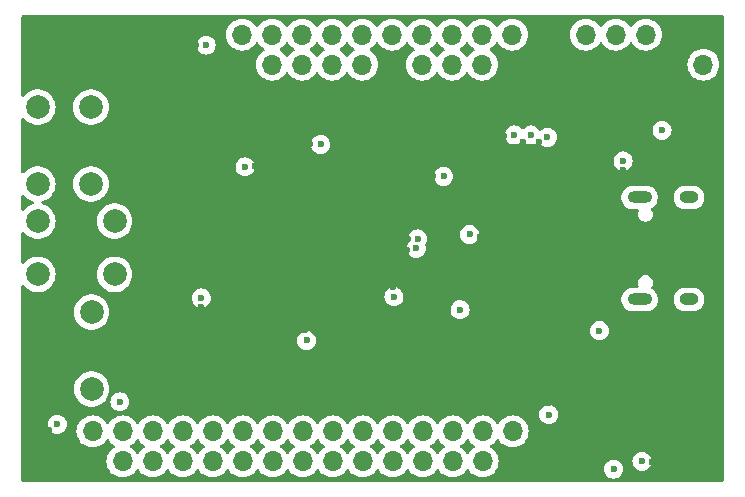
<source format=gbr>
%TF.GenerationSoftware,KiCad,Pcbnew,8.0.7*%
%TF.CreationDate,2024-12-26T08:41:20+02:00*%
%TF.ProjectId,STM32F405RGT6_BlackPill,53544d33-3246-4343-9035-524754365f42,rev?*%
%TF.SameCoordinates,Original*%
%TF.FileFunction,Copper,L3,Inr*%
%TF.FilePolarity,Positive*%
%FSLAX46Y46*%
G04 Gerber Fmt 4.6, Leading zero omitted, Abs format (unit mm)*
G04 Created by KiCad (PCBNEW 8.0.7) date 2024-12-26 08:41:20*
%MOMM*%
%LPD*%
G01*
G04 APERTURE LIST*
%TA.AperFunction,ComponentPad*%
%ADD10C,2.000000*%
%TD*%
%TA.AperFunction,ComponentPad*%
%ADD11R,1.700000X1.700000*%
%TD*%
%TA.AperFunction,ComponentPad*%
%ADD12O,1.700000X1.700000*%
%TD*%
%TA.AperFunction,ComponentPad*%
%ADD13O,2.100000X1.000000*%
%TD*%
%TA.AperFunction,ComponentPad*%
%ADD14O,1.600000X1.000000*%
%TD*%
%TA.AperFunction,ViaPad*%
%ADD15C,0.600000*%
%TD*%
G04 APERTURE END LIST*
D10*
%TO.N,PC13*%
%TO.C,SW102*%
X79750000Y-52700000D03*
X86250000Y-52700000D03*
%TO.N,+3.3V*%
X79750000Y-57200000D03*
X86250000Y-57200000D03*
%TD*%
%TO.N,BOOT0*%
%TO.C,SW100*%
X84250000Y-43050000D03*
X84250000Y-49550000D03*
%TO.N,+3.3V*%
X79750000Y-43050000D03*
X79750000Y-49550000D03*
%TD*%
%TO.N,GND*%
%TO.C,SW101*%
X79800000Y-66900000D03*
X79800000Y-60400000D03*
%TO.N,NRST*%
X84300000Y-66900000D03*
X84300000Y-60400000D03*
%TD*%
D11*
%TO.N,GND*%
%TO.C,J103*%
X136100000Y-36900000D03*
D12*
%TO.N,VBUS*%
X136100000Y-39440000D03*
%TD*%
D11*
%TO.N,GND*%
%TO.C,J100*%
X123620000Y-36900000D03*
D12*
%TO.N,/MCU/SWCLK_CONN*%
X126160000Y-36900000D03*
%TO.N,/MCU/SWDIO_CONN*%
X128700000Y-36900000D03*
%TO.N,+3.3V*%
X131240000Y-36900000D03*
%TD*%
D13*
%TO.N,unconnected-(J200-SHIELD-PadS1)*%
%TO.C,J200*%
X130695000Y-59320000D03*
D14*
%TO.N,unconnected-(J200-SHIELD-PadS1)_2*%
X134875000Y-59320000D03*
D13*
%TO.N,unconnected-(J200-SHIELD-PadS1)_3*%
X130695000Y-50680000D03*
D14*
%TO.N,unconnected-(J200-SHIELD-PadS1)_1*%
X134875000Y-50680000D03*
%TD*%
D11*
%TO.N,GND*%
%TO.C,J102*%
X97040000Y-39440000D03*
D12*
%TO.N,+3.3V*%
X97040000Y-36900000D03*
%TO.N,PB9*%
X99580000Y-39440000D03*
%TO.N,PB8*%
X99580000Y-36900000D03*
%TO.N,PB7*%
X102120000Y-39440000D03*
%TO.N,PB6*%
X102120000Y-36900000D03*
%TO.N,PB5*%
X104660000Y-39440000D03*
%TO.N,PB4*%
X104660000Y-36900000D03*
%TO.N,PB3*%
X107200000Y-39440000D03*
%TO.N,PD2*%
X107200000Y-36900000D03*
%TO.N,GND*%
X109740000Y-39440000D03*
%TO.N,PC12*%
X109740000Y-36900000D03*
%TO.N,PC11*%
X112280000Y-39440000D03*
%TO.N,PC10*%
X112280000Y-36900000D03*
%TO.N,PA15*%
X114820000Y-39440000D03*
%TO.N,PA10*%
X114820000Y-36900000D03*
%TO.N,PA9*%
X117360000Y-39440000D03*
%TO.N,PA8*%
X117360000Y-36900000D03*
%TO.N,GND*%
X119900000Y-39440000D03*
%TO.N,+5V*%
X119900000Y-36900000D03*
%TD*%
D11*
%TO.N,GND*%
%TO.C,J101*%
X84380000Y-73040000D03*
D12*
%TO.N,+3.3V*%
X84380000Y-70500000D03*
%TO.N,PC1*%
X86920000Y-73040000D03*
%TO.N,PC0*%
X86920000Y-70500000D03*
%TO.N,PC3*%
X89460000Y-73040000D03*
%TO.N,PC2*%
X89460000Y-70500000D03*
%TO.N,PA1*%
X92000000Y-73040000D03*
%TO.N,PA0*%
X92000000Y-70500000D03*
%TO.N,PA3*%
X94540000Y-73040000D03*
%TO.N,PA2*%
X94540000Y-70500000D03*
%TO.N,PA5*%
X97080000Y-73040000D03*
%TO.N,PA4*%
X97080000Y-70500000D03*
%TO.N,PA7*%
X99620000Y-73040000D03*
%TO.N,PA6*%
X99620000Y-70500000D03*
%TO.N,PC5*%
X102160000Y-73040000D03*
%TO.N,PC4*%
X102160000Y-70500000D03*
%TO.N,PB1*%
X104700000Y-73040000D03*
%TO.N,PB0*%
X104700000Y-70500000D03*
%TO.N,PB11*%
X107240000Y-73040000D03*
%TO.N,PB10*%
X107240000Y-70500000D03*
%TO.N,PB13*%
X109780000Y-73040000D03*
%TO.N,PB12*%
X109780000Y-70500000D03*
%TO.N,PB15*%
X112320000Y-73040000D03*
%TO.N,PB14*%
X112320000Y-70500000D03*
%TO.N,PC7*%
X114860000Y-73040000D03*
%TO.N,PC6*%
X114860000Y-70500000D03*
%TO.N,PC9*%
X117400000Y-73040000D03*
%TO.N,PC8*%
X117400000Y-70500000D03*
%TO.N,GND*%
X119940000Y-73040000D03*
%TO.N,+5V*%
X119940000Y-70500000D03*
%TD*%
D15*
%TO.N,GND*%
X99850000Y-48750000D03*
X114800000Y-63400000D03*
X122760000Y-40060000D03*
X114800000Y-62500000D03*
X127250000Y-54500000D03*
X130280000Y-61300000D03*
X129760000Y-41860000D03*
X98100000Y-48000000D03*
X121934749Y-52150000D03*
X119200000Y-45500000D03*
X128900000Y-58300000D03*
X90300000Y-49400000D03*
X80700000Y-70400000D03*
X130150000Y-48750000D03*
X130300000Y-62500000D03*
X93100000Y-37800000D03*
X90300000Y-50200000D03*
X122000000Y-58300000D03*
X123000000Y-68100000D03*
X94100000Y-57900000D03*
X104900000Y-50800000D03*
X92700000Y-52500000D03*
X102400000Y-61900000D03*
X125100000Y-63675000D03*
X93600000Y-60000000D03*
X124100000Y-64525000D03*
X135300000Y-46950000D03*
X122000000Y-57500000D03*
X128900000Y-51000000D03*
X113200000Y-48900000D03*
X86570000Y-61850000D03*
X124150000Y-63675000D03*
X118900000Y-49400000D03*
X90400000Y-43500000D03*
X120800000Y-46000000D03*
X122000000Y-59900000D03*
X102800000Y-46150000D03*
X131750000Y-73050000D03*
X128500000Y-50300000D03*
X111100000Y-54200000D03*
X133700000Y-44700000D03*
X93450000Y-47250000D03*
X111000000Y-55100000D03*
X104900000Y-59200000D03*
X122000000Y-59100000D03*
X115150000Y-61200000D03*
X116000000Y-61200000D03*
X128500000Y-59000000D03*
X93250000Y-53150000D03*
X88500000Y-53660000D03*
X86600000Y-45990000D03*
X87500000Y-67000000D03*
X90400000Y-44300000D03*
X129300000Y-48400000D03*
X92800000Y-46700000D03*
X115400000Y-50900000D03*
X100700000Y-48800000D03*
X131560000Y-42960000D03*
X94100000Y-57050000D03*
X108100000Y-67300000D03*
X109800000Y-58300000D03*
X122200000Y-46000000D03*
X117200000Y-54000000D03*
%TO.N,+3.3V*%
X103700000Y-46200000D03*
X81400000Y-69900000D03*
X132600000Y-45000000D03*
X97296701Y-48104052D03*
X93600000Y-59200000D03*
X128500000Y-73700000D03*
X123000000Y-69075000D03*
X114100000Y-48900000D03*
X115500000Y-60200000D03*
X130900000Y-73025000D03*
X86700000Y-68000000D03*
X94000000Y-37800000D03*
X102500000Y-62800000D03*
%TO.N,+5V*%
X127300000Y-61975000D03*
%TO.N,PA10*%
X116300000Y-53825000D03*
X120100000Y-45400000D03*
%TO.N,PA8*%
X111800000Y-55000000D03*
X122900000Y-45600000D03*
%TO.N,PA9*%
X111900000Y-54200000D03*
X121500000Y-45400000D03*
%TO.N,PB2*%
X129300000Y-47600000D03*
X109900000Y-59100000D03*
%TD*%
%TA.AperFunction,Conductor*%
%TO.N,GND*%
G36*
X137792539Y-35270185D02*
G01*
X137838294Y-35322989D01*
X137849500Y-35374500D01*
X137849500Y-74625500D01*
X137829815Y-74692539D01*
X137777011Y-74738294D01*
X137725500Y-74749500D01*
X128543043Y-74749500D01*
X128500101Y-74736890D01*
X128478351Y-74747640D01*
X128456957Y-74749500D01*
X78474500Y-74749500D01*
X78407461Y-74729815D01*
X78361706Y-74677011D01*
X78350500Y-74625500D01*
X78350500Y-69899996D01*
X80594435Y-69899996D01*
X80594435Y-69900003D01*
X80614630Y-70079249D01*
X80614631Y-70079254D01*
X80674211Y-70249523D01*
X80770184Y-70402262D01*
X80897738Y-70529816D01*
X81050478Y-70625789D01*
X81220745Y-70685368D01*
X81220750Y-70685369D01*
X81399996Y-70705565D01*
X81400000Y-70705565D01*
X81400004Y-70705565D01*
X81579249Y-70685369D01*
X81579252Y-70685368D01*
X81579255Y-70685368D01*
X81749522Y-70625789D01*
X81902262Y-70529816D01*
X81932079Y-70499999D01*
X83024341Y-70499999D01*
X83024341Y-70500000D01*
X83044936Y-70735403D01*
X83044938Y-70735413D01*
X83106094Y-70963655D01*
X83106096Y-70963659D01*
X83106097Y-70963663D01*
X83110000Y-70972032D01*
X83205965Y-71177830D01*
X83205967Y-71177834D01*
X83314281Y-71332521D01*
X83341505Y-71371401D01*
X83508599Y-71538495D01*
X83605384Y-71606265D01*
X83702165Y-71674032D01*
X83702167Y-71674033D01*
X83702170Y-71674035D01*
X83916337Y-71773903D01*
X84144592Y-71835063D01*
X84332918Y-71851539D01*
X84379999Y-71855659D01*
X84380000Y-71855659D01*
X84380001Y-71855659D01*
X84419234Y-71852226D01*
X84615408Y-71835063D01*
X84843663Y-71773903D01*
X85057830Y-71674035D01*
X85251401Y-71538495D01*
X85418495Y-71371401D01*
X85548425Y-71185842D01*
X85603002Y-71142217D01*
X85672500Y-71135023D01*
X85734855Y-71166546D01*
X85751575Y-71185842D01*
X85881501Y-71371396D01*
X85881506Y-71371402D01*
X86048597Y-71538493D01*
X86048603Y-71538498D01*
X86234158Y-71668425D01*
X86277783Y-71723002D01*
X86284977Y-71792500D01*
X86253454Y-71854855D01*
X86234158Y-71871575D01*
X86048597Y-72001505D01*
X85881505Y-72168597D01*
X85745965Y-72362169D01*
X85745964Y-72362171D01*
X85646098Y-72576335D01*
X85646094Y-72576344D01*
X85584938Y-72804586D01*
X85584936Y-72804596D01*
X85564341Y-73039999D01*
X85564341Y-73040000D01*
X85584936Y-73275403D01*
X85584938Y-73275413D01*
X85646094Y-73503655D01*
X85646096Y-73503659D01*
X85646097Y-73503663D01*
X85716581Y-73654815D01*
X85745965Y-73717830D01*
X85745967Y-73717834D01*
X85824903Y-73830565D01*
X85881505Y-73911401D01*
X86048599Y-74078495D01*
X86145384Y-74146265D01*
X86242165Y-74214032D01*
X86242167Y-74214033D01*
X86242170Y-74214035D01*
X86456337Y-74313903D01*
X86684592Y-74375063D01*
X86872918Y-74391539D01*
X86919999Y-74395659D01*
X86920000Y-74395659D01*
X86920001Y-74395659D01*
X86959234Y-74392226D01*
X87155408Y-74375063D01*
X87383663Y-74313903D01*
X87597830Y-74214035D01*
X87791401Y-74078495D01*
X87958495Y-73911401D01*
X88088425Y-73725842D01*
X88143002Y-73682217D01*
X88212500Y-73675023D01*
X88274855Y-73706546D01*
X88291575Y-73725842D01*
X88421500Y-73911395D01*
X88421505Y-73911401D01*
X88588599Y-74078495D01*
X88685384Y-74146265D01*
X88782165Y-74214032D01*
X88782167Y-74214033D01*
X88782170Y-74214035D01*
X88996337Y-74313903D01*
X89224592Y-74375063D01*
X89412918Y-74391539D01*
X89459999Y-74395659D01*
X89460000Y-74395659D01*
X89460001Y-74395659D01*
X89499234Y-74392226D01*
X89695408Y-74375063D01*
X89923663Y-74313903D01*
X90137830Y-74214035D01*
X90331401Y-74078495D01*
X90498495Y-73911401D01*
X90628425Y-73725842D01*
X90683002Y-73682217D01*
X90752500Y-73675023D01*
X90814855Y-73706546D01*
X90831575Y-73725842D01*
X90961500Y-73911395D01*
X90961505Y-73911401D01*
X91128599Y-74078495D01*
X91225384Y-74146265D01*
X91322165Y-74214032D01*
X91322167Y-74214033D01*
X91322170Y-74214035D01*
X91536337Y-74313903D01*
X91764592Y-74375063D01*
X91952918Y-74391539D01*
X91999999Y-74395659D01*
X92000000Y-74395659D01*
X92000001Y-74395659D01*
X92039234Y-74392226D01*
X92235408Y-74375063D01*
X92463663Y-74313903D01*
X92677830Y-74214035D01*
X92871401Y-74078495D01*
X93038495Y-73911401D01*
X93168425Y-73725842D01*
X93223002Y-73682217D01*
X93292500Y-73675023D01*
X93354855Y-73706546D01*
X93371575Y-73725842D01*
X93501500Y-73911395D01*
X93501505Y-73911401D01*
X93668599Y-74078495D01*
X93765384Y-74146265D01*
X93862165Y-74214032D01*
X93862167Y-74214033D01*
X93862170Y-74214035D01*
X94076337Y-74313903D01*
X94304592Y-74375063D01*
X94492918Y-74391539D01*
X94539999Y-74395659D01*
X94540000Y-74395659D01*
X94540001Y-74395659D01*
X94579234Y-74392226D01*
X94775408Y-74375063D01*
X95003663Y-74313903D01*
X95217830Y-74214035D01*
X95411401Y-74078495D01*
X95578495Y-73911401D01*
X95708425Y-73725842D01*
X95763002Y-73682217D01*
X95832500Y-73675023D01*
X95894855Y-73706546D01*
X95911575Y-73725842D01*
X96041500Y-73911395D01*
X96041505Y-73911401D01*
X96208599Y-74078495D01*
X96305384Y-74146265D01*
X96402165Y-74214032D01*
X96402167Y-74214033D01*
X96402170Y-74214035D01*
X96616337Y-74313903D01*
X96844592Y-74375063D01*
X97032918Y-74391539D01*
X97079999Y-74395659D01*
X97080000Y-74395659D01*
X97080001Y-74395659D01*
X97119234Y-74392226D01*
X97315408Y-74375063D01*
X97543663Y-74313903D01*
X97757830Y-74214035D01*
X97951401Y-74078495D01*
X98118495Y-73911401D01*
X98248425Y-73725842D01*
X98303002Y-73682217D01*
X98372500Y-73675023D01*
X98434855Y-73706546D01*
X98451575Y-73725842D01*
X98581500Y-73911395D01*
X98581505Y-73911401D01*
X98748599Y-74078495D01*
X98845384Y-74146265D01*
X98942165Y-74214032D01*
X98942167Y-74214033D01*
X98942170Y-74214035D01*
X99156337Y-74313903D01*
X99384592Y-74375063D01*
X99572918Y-74391539D01*
X99619999Y-74395659D01*
X99620000Y-74395659D01*
X99620001Y-74395659D01*
X99659234Y-74392226D01*
X99855408Y-74375063D01*
X100083663Y-74313903D01*
X100297830Y-74214035D01*
X100491401Y-74078495D01*
X100658495Y-73911401D01*
X100788425Y-73725842D01*
X100843002Y-73682217D01*
X100912500Y-73675023D01*
X100974855Y-73706546D01*
X100991575Y-73725842D01*
X101121500Y-73911395D01*
X101121505Y-73911401D01*
X101288599Y-74078495D01*
X101385384Y-74146265D01*
X101482165Y-74214032D01*
X101482167Y-74214033D01*
X101482170Y-74214035D01*
X101696337Y-74313903D01*
X101924592Y-74375063D01*
X102112918Y-74391539D01*
X102159999Y-74395659D01*
X102160000Y-74395659D01*
X102160001Y-74395659D01*
X102199234Y-74392226D01*
X102395408Y-74375063D01*
X102623663Y-74313903D01*
X102837830Y-74214035D01*
X103031401Y-74078495D01*
X103198495Y-73911401D01*
X103328425Y-73725842D01*
X103383002Y-73682217D01*
X103452500Y-73675023D01*
X103514855Y-73706546D01*
X103531575Y-73725842D01*
X103661500Y-73911395D01*
X103661505Y-73911401D01*
X103828599Y-74078495D01*
X103925384Y-74146265D01*
X104022165Y-74214032D01*
X104022167Y-74214033D01*
X104022170Y-74214035D01*
X104236337Y-74313903D01*
X104464592Y-74375063D01*
X104652918Y-74391539D01*
X104699999Y-74395659D01*
X104700000Y-74395659D01*
X104700001Y-74395659D01*
X104739234Y-74392226D01*
X104935408Y-74375063D01*
X105163663Y-74313903D01*
X105377830Y-74214035D01*
X105571401Y-74078495D01*
X105738495Y-73911401D01*
X105868425Y-73725842D01*
X105923002Y-73682217D01*
X105992500Y-73675023D01*
X106054855Y-73706546D01*
X106071575Y-73725842D01*
X106201500Y-73911395D01*
X106201505Y-73911401D01*
X106368599Y-74078495D01*
X106465384Y-74146265D01*
X106562165Y-74214032D01*
X106562167Y-74214033D01*
X106562170Y-74214035D01*
X106776337Y-74313903D01*
X107004592Y-74375063D01*
X107192918Y-74391539D01*
X107239999Y-74395659D01*
X107240000Y-74395659D01*
X107240001Y-74395659D01*
X107279234Y-74392226D01*
X107475408Y-74375063D01*
X107703663Y-74313903D01*
X107917830Y-74214035D01*
X108111401Y-74078495D01*
X108278495Y-73911401D01*
X108408425Y-73725842D01*
X108463002Y-73682217D01*
X108532500Y-73675023D01*
X108594855Y-73706546D01*
X108611575Y-73725842D01*
X108741500Y-73911395D01*
X108741505Y-73911401D01*
X108908599Y-74078495D01*
X109005384Y-74146265D01*
X109102165Y-74214032D01*
X109102167Y-74214033D01*
X109102170Y-74214035D01*
X109316337Y-74313903D01*
X109544592Y-74375063D01*
X109732918Y-74391539D01*
X109779999Y-74395659D01*
X109780000Y-74395659D01*
X109780001Y-74395659D01*
X109819234Y-74392226D01*
X110015408Y-74375063D01*
X110243663Y-74313903D01*
X110457830Y-74214035D01*
X110651401Y-74078495D01*
X110818495Y-73911401D01*
X110948425Y-73725842D01*
X111003002Y-73682217D01*
X111072500Y-73675023D01*
X111134855Y-73706546D01*
X111151575Y-73725842D01*
X111281500Y-73911395D01*
X111281505Y-73911401D01*
X111448599Y-74078495D01*
X111545384Y-74146265D01*
X111642165Y-74214032D01*
X111642167Y-74214033D01*
X111642170Y-74214035D01*
X111856337Y-74313903D01*
X112084592Y-74375063D01*
X112272918Y-74391539D01*
X112319999Y-74395659D01*
X112320000Y-74395659D01*
X112320001Y-74395659D01*
X112359234Y-74392226D01*
X112555408Y-74375063D01*
X112783663Y-74313903D01*
X112997830Y-74214035D01*
X113191401Y-74078495D01*
X113358495Y-73911401D01*
X113488425Y-73725842D01*
X113543002Y-73682217D01*
X113612500Y-73675023D01*
X113674855Y-73706546D01*
X113691575Y-73725842D01*
X113821500Y-73911395D01*
X113821505Y-73911401D01*
X113988599Y-74078495D01*
X114085384Y-74146265D01*
X114182165Y-74214032D01*
X114182167Y-74214033D01*
X114182170Y-74214035D01*
X114396337Y-74313903D01*
X114624592Y-74375063D01*
X114812918Y-74391539D01*
X114859999Y-74395659D01*
X114860000Y-74395659D01*
X114860001Y-74395659D01*
X114899234Y-74392226D01*
X115095408Y-74375063D01*
X115323663Y-74313903D01*
X115537830Y-74214035D01*
X115731401Y-74078495D01*
X115898495Y-73911401D01*
X116028425Y-73725842D01*
X116083002Y-73682217D01*
X116152500Y-73675023D01*
X116214855Y-73706546D01*
X116231575Y-73725842D01*
X116361500Y-73911395D01*
X116361505Y-73911401D01*
X116528599Y-74078495D01*
X116625384Y-74146265D01*
X116722165Y-74214032D01*
X116722167Y-74214033D01*
X116722170Y-74214035D01*
X116936337Y-74313903D01*
X117164592Y-74375063D01*
X117352918Y-74391539D01*
X117399999Y-74395659D01*
X117400000Y-74395659D01*
X117400001Y-74395659D01*
X117439234Y-74392226D01*
X117635408Y-74375063D01*
X117863663Y-74313903D01*
X118077830Y-74214035D01*
X118271401Y-74078495D01*
X118438495Y-73911401D01*
X118574035Y-73717830D01*
X118582351Y-73699996D01*
X127694435Y-73699996D01*
X127694435Y-73700003D01*
X127714630Y-73879249D01*
X127714631Y-73879254D01*
X127774211Y-74049523D01*
X127870184Y-74202262D01*
X127997738Y-74329816D01*
X128150478Y-74425789D01*
X128320745Y-74485368D01*
X128320750Y-74485369D01*
X128470840Y-74502280D01*
X128497366Y-74513426D01*
X128508108Y-74506523D01*
X128529160Y-74502280D01*
X128679249Y-74485369D01*
X128679252Y-74485368D01*
X128679255Y-74485368D01*
X128849522Y-74425789D01*
X129002262Y-74329816D01*
X129129816Y-74202262D01*
X129225789Y-74049522D01*
X129285368Y-73879255D01*
X129299843Y-73750788D01*
X129305565Y-73700003D01*
X129305565Y-73699996D01*
X129285369Y-73520750D01*
X129285368Y-73520745D01*
X129279388Y-73503655D01*
X129225789Y-73350478D01*
X129129816Y-73197738D01*
X129002262Y-73070184D01*
X128930346Y-73024996D01*
X130094435Y-73024996D01*
X130094435Y-73025003D01*
X130114630Y-73204249D01*
X130114631Y-73204254D01*
X130174211Y-73374523D01*
X130255351Y-73503655D01*
X130270184Y-73527262D01*
X130397738Y-73654816D01*
X130550478Y-73750789D01*
X130720745Y-73810368D01*
X130720750Y-73810369D01*
X130899996Y-73830565D01*
X130900000Y-73830565D01*
X130900004Y-73830565D01*
X131079249Y-73810369D01*
X131079252Y-73810368D01*
X131079255Y-73810368D01*
X131249522Y-73750789D01*
X131402262Y-73654816D01*
X131529816Y-73527262D01*
X131625789Y-73374522D01*
X131685368Y-73204255D01*
X131685369Y-73204249D01*
X131705565Y-73025003D01*
X131705565Y-73024996D01*
X131685369Y-72845750D01*
X131685368Y-72845745D01*
X131625788Y-72675476D01*
X131563499Y-72576344D01*
X131529816Y-72522738D01*
X131402262Y-72395184D01*
X131367679Y-72373454D01*
X131249523Y-72299211D01*
X131079254Y-72239631D01*
X131079249Y-72239630D01*
X130900004Y-72219435D01*
X130899996Y-72219435D01*
X130720750Y-72239630D01*
X130720745Y-72239631D01*
X130550476Y-72299211D01*
X130397737Y-72395184D01*
X130270184Y-72522737D01*
X130174211Y-72675476D01*
X130114631Y-72845745D01*
X130114630Y-72845750D01*
X130094435Y-73024996D01*
X128930346Y-73024996D01*
X128849523Y-72974211D01*
X128679254Y-72914631D01*
X128679249Y-72914630D01*
X128500004Y-72894435D01*
X128499996Y-72894435D01*
X128320750Y-72914630D01*
X128320745Y-72914631D01*
X128150476Y-72974211D01*
X127997737Y-73070184D01*
X127870184Y-73197737D01*
X127774211Y-73350476D01*
X127714631Y-73520745D01*
X127714630Y-73520750D01*
X127694435Y-73699996D01*
X118582351Y-73699996D01*
X118673903Y-73503663D01*
X118735063Y-73275408D01*
X118755659Y-73040000D01*
X118735063Y-72804592D01*
X118673903Y-72576337D01*
X118574035Y-72362171D01*
X118568425Y-72354158D01*
X118438494Y-72168597D01*
X118271402Y-72001506D01*
X118271396Y-72001501D01*
X118085842Y-71871575D01*
X118042217Y-71816998D01*
X118035023Y-71747500D01*
X118066546Y-71685145D01*
X118085842Y-71668425D01*
X118108026Y-71652891D01*
X118271401Y-71538495D01*
X118438495Y-71371401D01*
X118568425Y-71185842D01*
X118623002Y-71142217D01*
X118692500Y-71135023D01*
X118754855Y-71166546D01*
X118771575Y-71185842D01*
X118901500Y-71371395D01*
X118901505Y-71371401D01*
X119068599Y-71538495D01*
X119165384Y-71606265D01*
X119262165Y-71674032D01*
X119262167Y-71674033D01*
X119262170Y-71674035D01*
X119476337Y-71773903D01*
X119704592Y-71835063D01*
X119892918Y-71851539D01*
X119939999Y-71855659D01*
X119940000Y-71855659D01*
X119940001Y-71855659D01*
X119979234Y-71852226D01*
X120175408Y-71835063D01*
X120403663Y-71773903D01*
X120617830Y-71674035D01*
X120811401Y-71538495D01*
X120978495Y-71371401D01*
X121114035Y-71177830D01*
X121213903Y-70963663D01*
X121275063Y-70735408D01*
X121295659Y-70500000D01*
X121275063Y-70264592D01*
X121213903Y-70036337D01*
X121114035Y-69822171D01*
X121108425Y-69814158D01*
X120978494Y-69628597D01*
X120811402Y-69461506D01*
X120811395Y-69461501D01*
X120617834Y-69325967D01*
X120617830Y-69325965D01*
X120617828Y-69325964D01*
X120403663Y-69226097D01*
X120403659Y-69226096D01*
X120403655Y-69226094D01*
X120175413Y-69164938D01*
X120175403Y-69164936D01*
X119940001Y-69144341D01*
X119939999Y-69144341D01*
X119704596Y-69164936D01*
X119704586Y-69164938D01*
X119476344Y-69226094D01*
X119476335Y-69226098D01*
X119262171Y-69325964D01*
X119262169Y-69325965D01*
X119068597Y-69461505D01*
X118901505Y-69628597D01*
X118771575Y-69814158D01*
X118716998Y-69857783D01*
X118647500Y-69864977D01*
X118585145Y-69833454D01*
X118568425Y-69814158D01*
X118438494Y-69628597D01*
X118271402Y-69461506D01*
X118271395Y-69461501D01*
X118077834Y-69325967D01*
X118077830Y-69325965D01*
X118077828Y-69325964D01*
X117863663Y-69226097D01*
X117863659Y-69226096D01*
X117863655Y-69226094D01*
X117635413Y-69164938D01*
X117635403Y-69164936D01*
X117400001Y-69144341D01*
X117399999Y-69144341D01*
X117164596Y-69164936D01*
X117164586Y-69164938D01*
X116936344Y-69226094D01*
X116936335Y-69226098D01*
X116722171Y-69325964D01*
X116722169Y-69325965D01*
X116528597Y-69461505D01*
X116361505Y-69628597D01*
X116231575Y-69814158D01*
X116176998Y-69857783D01*
X116107500Y-69864977D01*
X116045145Y-69833454D01*
X116028425Y-69814158D01*
X115898494Y-69628597D01*
X115731402Y-69461506D01*
X115731395Y-69461501D01*
X115537834Y-69325967D01*
X115537830Y-69325965D01*
X115537828Y-69325964D01*
X115323663Y-69226097D01*
X115323659Y-69226096D01*
X115323655Y-69226094D01*
X115095413Y-69164938D01*
X115095403Y-69164936D01*
X114860001Y-69144341D01*
X114859999Y-69144341D01*
X114624596Y-69164936D01*
X114624586Y-69164938D01*
X114396344Y-69226094D01*
X114396335Y-69226098D01*
X114182171Y-69325964D01*
X114182169Y-69325965D01*
X113988597Y-69461505D01*
X113821505Y-69628597D01*
X113691575Y-69814158D01*
X113636998Y-69857783D01*
X113567500Y-69864977D01*
X113505145Y-69833454D01*
X113488425Y-69814158D01*
X113358494Y-69628597D01*
X113191402Y-69461506D01*
X113191395Y-69461501D01*
X112997834Y-69325967D01*
X112997830Y-69325965D01*
X112997828Y-69325964D01*
X112783663Y-69226097D01*
X112783659Y-69226096D01*
X112783655Y-69226094D01*
X112555413Y-69164938D01*
X112555403Y-69164936D01*
X112320001Y-69144341D01*
X112319999Y-69144341D01*
X112084596Y-69164936D01*
X112084586Y-69164938D01*
X111856344Y-69226094D01*
X111856335Y-69226098D01*
X111642171Y-69325964D01*
X111642169Y-69325965D01*
X111448597Y-69461505D01*
X111281505Y-69628597D01*
X111151575Y-69814158D01*
X111096998Y-69857783D01*
X111027500Y-69864977D01*
X110965145Y-69833454D01*
X110948425Y-69814158D01*
X110818494Y-69628597D01*
X110651402Y-69461506D01*
X110651395Y-69461501D01*
X110457834Y-69325967D01*
X110457830Y-69325965D01*
X110457828Y-69325964D01*
X110243663Y-69226097D01*
X110243659Y-69226096D01*
X110243655Y-69226094D01*
X110015413Y-69164938D01*
X110015403Y-69164936D01*
X109780001Y-69144341D01*
X109779999Y-69144341D01*
X109544596Y-69164936D01*
X109544586Y-69164938D01*
X109316344Y-69226094D01*
X109316335Y-69226098D01*
X109102171Y-69325964D01*
X109102169Y-69325965D01*
X108908597Y-69461505D01*
X108741505Y-69628597D01*
X108611575Y-69814158D01*
X108556998Y-69857783D01*
X108487500Y-69864977D01*
X108425145Y-69833454D01*
X108408425Y-69814158D01*
X108278494Y-69628597D01*
X108111402Y-69461506D01*
X108111395Y-69461501D01*
X107917834Y-69325967D01*
X107917830Y-69325965D01*
X107917828Y-69325964D01*
X107703663Y-69226097D01*
X107703659Y-69226096D01*
X107703655Y-69226094D01*
X107475413Y-69164938D01*
X107475403Y-69164936D01*
X107240001Y-69144341D01*
X107239999Y-69144341D01*
X107004596Y-69164936D01*
X107004586Y-69164938D01*
X106776344Y-69226094D01*
X106776335Y-69226098D01*
X106562171Y-69325964D01*
X106562169Y-69325965D01*
X106368597Y-69461505D01*
X106201505Y-69628597D01*
X106071575Y-69814158D01*
X106016998Y-69857783D01*
X105947500Y-69864977D01*
X105885145Y-69833454D01*
X105868425Y-69814158D01*
X105738494Y-69628597D01*
X105571402Y-69461506D01*
X105571395Y-69461501D01*
X105377834Y-69325967D01*
X105377830Y-69325965D01*
X105377828Y-69325964D01*
X105163663Y-69226097D01*
X105163659Y-69226096D01*
X105163655Y-69226094D01*
X104935413Y-69164938D01*
X104935403Y-69164936D01*
X104700001Y-69144341D01*
X104699999Y-69144341D01*
X104464596Y-69164936D01*
X104464586Y-69164938D01*
X104236344Y-69226094D01*
X104236335Y-69226098D01*
X104022171Y-69325964D01*
X104022169Y-69325965D01*
X103828597Y-69461505D01*
X103661505Y-69628597D01*
X103531575Y-69814158D01*
X103476998Y-69857783D01*
X103407500Y-69864977D01*
X103345145Y-69833454D01*
X103328425Y-69814158D01*
X103198494Y-69628597D01*
X103031402Y-69461506D01*
X103031395Y-69461501D01*
X102837834Y-69325967D01*
X102837830Y-69325965D01*
X102837828Y-69325964D01*
X102623663Y-69226097D01*
X102623659Y-69226096D01*
X102623655Y-69226094D01*
X102395413Y-69164938D01*
X102395403Y-69164936D01*
X102160001Y-69144341D01*
X102159999Y-69144341D01*
X101924596Y-69164936D01*
X101924586Y-69164938D01*
X101696344Y-69226094D01*
X101696335Y-69226098D01*
X101482171Y-69325964D01*
X101482169Y-69325965D01*
X101288597Y-69461505D01*
X101121505Y-69628597D01*
X100991575Y-69814158D01*
X100936998Y-69857783D01*
X100867500Y-69864977D01*
X100805145Y-69833454D01*
X100788425Y-69814158D01*
X100658494Y-69628597D01*
X100491402Y-69461506D01*
X100491395Y-69461501D01*
X100297834Y-69325967D01*
X100297830Y-69325965D01*
X100297828Y-69325964D01*
X100083663Y-69226097D01*
X100083659Y-69226096D01*
X100083655Y-69226094D01*
X99855413Y-69164938D01*
X99855403Y-69164936D01*
X99620001Y-69144341D01*
X99619999Y-69144341D01*
X99384596Y-69164936D01*
X99384586Y-69164938D01*
X99156344Y-69226094D01*
X99156335Y-69226098D01*
X98942171Y-69325964D01*
X98942169Y-69325965D01*
X98748597Y-69461505D01*
X98581505Y-69628597D01*
X98451575Y-69814158D01*
X98396998Y-69857783D01*
X98327500Y-69864977D01*
X98265145Y-69833454D01*
X98248425Y-69814158D01*
X98118494Y-69628597D01*
X97951402Y-69461506D01*
X97951395Y-69461501D01*
X97757834Y-69325967D01*
X97757830Y-69325965D01*
X97757828Y-69325964D01*
X97543663Y-69226097D01*
X97543659Y-69226096D01*
X97543655Y-69226094D01*
X97315413Y-69164938D01*
X97315403Y-69164936D01*
X97080001Y-69144341D01*
X97079999Y-69144341D01*
X96844596Y-69164936D01*
X96844586Y-69164938D01*
X96616344Y-69226094D01*
X96616335Y-69226098D01*
X96402171Y-69325964D01*
X96402169Y-69325965D01*
X96208597Y-69461505D01*
X96041505Y-69628597D01*
X95911575Y-69814158D01*
X95856998Y-69857783D01*
X95787500Y-69864977D01*
X95725145Y-69833454D01*
X95708425Y-69814158D01*
X95578494Y-69628597D01*
X95411402Y-69461506D01*
X95411395Y-69461501D01*
X95217834Y-69325967D01*
X95217830Y-69325965D01*
X95217828Y-69325964D01*
X95003663Y-69226097D01*
X95003659Y-69226096D01*
X95003655Y-69226094D01*
X94775413Y-69164938D01*
X94775403Y-69164936D01*
X94540001Y-69144341D01*
X94539999Y-69144341D01*
X94304596Y-69164936D01*
X94304586Y-69164938D01*
X94076344Y-69226094D01*
X94076335Y-69226098D01*
X93862171Y-69325964D01*
X93862169Y-69325965D01*
X93668597Y-69461505D01*
X93501505Y-69628597D01*
X93371575Y-69814158D01*
X93316998Y-69857783D01*
X93247500Y-69864977D01*
X93185145Y-69833454D01*
X93168425Y-69814158D01*
X93038494Y-69628597D01*
X92871402Y-69461506D01*
X92871395Y-69461501D01*
X92677834Y-69325967D01*
X92677830Y-69325965D01*
X92677828Y-69325964D01*
X92463663Y-69226097D01*
X92463659Y-69226096D01*
X92463655Y-69226094D01*
X92235413Y-69164938D01*
X92235403Y-69164936D01*
X92000001Y-69144341D01*
X91999999Y-69144341D01*
X91764596Y-69164936D01*
X91764586Y-69164938D01*
X91536344Y-69226094D01*
X91536335Y-69226098D01*
X91322171Y-69325964D01*
X91322169Y-69325965D01*
X91128597Y-69461505D01*
X90961505Y-69628597D01*
X90831575Y-69814158D01*
X90776998Y-69857783D01*
X90707500Y-69864977D01*
X90645145Y-69833454D01*
X90628425Y-69814158D01*
X90498494Y-69628597D01*
X90331402Y-69461506D01*
X90331395Y-69461501D01*
X90137834Y-69325967D01*
X90137830Y-69325965D01*
X90137828Y-69325964D01*
X89923663Y-69226097D01*
X89923659Y-69226096D01*
X89923655Y-69226094D01*
X89695413Y-69164938D01*
X89695403Y-69164936D01*
X89460001Y-69144341D01*
X89459999Y-69144341D01*
X89224596Y-69164936D01*
X89224586Y-69164938D01*
X88996344Y-69226094D01*
X88996335Y-69226098D01*
X88782171Y-69325964D01*
X88782169Y-69325965D01*
X88588597Y-69461505D01*
X88421505Y-69628597D01*
X88291575Y-69814158D01*
X88236998Y-69857783D01*
X88167500Y-69864977D01*
X88105145Y-69833454D01*
X88088425Y-69814158D01*
X87958494Y-69628597D01*
X87791402Y-69461506D01*
X87791395Y-69461501D01*
X87597834Y-69325967D01*
X87597830Y-69325965D01*
X87597828Y-69325964D01*
X87383663Y-69226097D01*
X87383659Y-69226096D01*
X87383655Y-69226094D01*
X87155413Y-69164938D01*
X87155403Y-69164936D01*
X86920001Y-69144341D01*
X86919999Y-69144341D01*
X86684596Y-69164936D01*
X86684586Y-69164938D01*
X86456344Y-69226094D01*
X86456335Y-69226098D01*
X86242171Y-69325964D01*
X86242169Y-69325965D01*
X86048597Y-69461505D01*
X85881505Y-69628597D01*
X85751575Y-69814158D01*
X85696998Y-69857783D01*
X85627500Y-69864977D01*
X85565145Y-69833454D01*
X85548425Y-69814158D01*
X85418494Y-69628597D01*
X85251402Y-69461506D01*
X85251395Y-69461501D01*
X85057834Y-69325967D01*
X85057830Y-69325965D01*
X85057828Y-69325964D01*
X84843663Y-69226097D01*
X84843659Y-69226096D01*
X84843655Y-69226094D01*
X84615413Y-69164938D01*
X84615403Y-69164936D01*
X84380001Y-69144341D01*
X84379999Y-69144341D01*
X84144596Y-69164936D01*
X84144586Y-69164938D01*
X83916344Y-69226094D01*
X83916335Y-69226098D01*
X83702171Y-69325964D01*
X83702169Y-69325965D01*
X83508597Y-69461505D01*
X83341505Y-69628597D01*
X83205965Y-69822169D01*
X83205964Y-69822171D01*
X83106098Y-70036335D01*
X83106094Y-70036344D01*
X83044938Y-70264586D01*
X83044936Y-70264596D01*
X83024341Y-70499999D01*
X81932079Y-70499999D01*
X82029816Y-70402262D01*
X82125789Y-70249522D01*
X82185368Y-70079255D01*
X82205565Y-69900000D01*
X82203375Y-69880565D01*
X82185369Y-69720750D01*
X82185368Y-69720745D01*
X82125788Y-69550476D01*
X82069884Y-69461506D01*
X82029816Y-69397738D01*
X81902262Y-69270184D01*
X81832098Y-69226097D01*
X81749523Y-69174211D01*
X81579254Y-69114631D01*
X81579249Y-69114630D01*
X81400004Y-69094435D01*
X81399996Y-69094435D01*
X81220750Y-69114630D01*
X81220745Y-69114631D01*
X81050476Y-69174211D01*
X80897737Y-69270184D01*
X80770184Y-69397737D01*
X80674211Y-69550476D01*
X80614631Y-69720745D01*
X80614630Y-69720750D01*
X80594435Y-69899996D01*
X78350500Y-69899996D01*
X78350500Y-69074996D01*
X122194435Y-69074996D01*
X122194435Y-69075003D01*
X122214630Y-69254249D01*
X122214631Y-69254254D01*
X122274211Y-69424523D01*
X122353353Y-69550476D01*
X122370184Y-69577262D01*
X122497738Y-69704816D01*
X122650478Y-69800789D01*
X122820745Y-69860368D01*
X122820750Y-69860369D01*
X122999996Y-69880565D01*
X123000000Y-69880565D01*
X123000004Y-69880565D01*
X123179249Y-69860369D01*
X123179252Y-69860368D01*
X123179255Y-69860368D01*
X123349522Y-69800789D01*
X123502262Y-69704816D01*
X123629816Y-69577262D01*
X123725789Y-69424522D01*
X123785368Y-69254255D01*
X123795432Y-69164936D01*
X123805565Y-69075003D01*
X123805565Y-69074996D01*
X123785369Y-68895750D01*
X123785368Y-68895745D01*
X123725789Y-68725478D01*
X123629816Y-68572738D01*
X123502262Y-68445184D01*
X123431148Y-68400500D01*
X123349523Y-68349211D01*
X123179254Y-68289631D01*
X123179249Y-68289630D01*
X123000004Y-68269435D01*
X122999996Y-68269435D01*
X122820750Y-68289630D01*
X122820745Y-68289631D01*
X122650476Y-68349211D01*
X122497737Y-68445184D01*
X122370184Y-68572737D01*
X122274211Y-68725476D01*
X122214631Y-68895745D01*
X122214630Y-68895750D01*
X122194435Y-69074996D01*
X78350500Y-69074996D01*
X78350500Y-66899994D01*
X82794357Y-66899994D01*
X82794357Y-66900005D01*
X82814890Y-67147812D01*
X82814892Y-67147824D01*
X82875936Y-67388881D01*
X82975826Y-67616606D01*
X83111833Y-67824782D01*
X83111836Y-67824785D01*
X83280256Y-68007738D01*
X83476491Y-68160474D01*
X83695190Y-68278828D01*
X83930386Y-68359571D01*
X84175665Y-68400500D01*
X84424335Y-68400500D01*
X84669614Y-68359571D01*
X84904810Y-68278828D01*
X85123509Y-68160474D01*
X85319744Y-68007738D01*
X85326871Y-67999996D01*
X85894435Y-67999996D01*
X85894435Y-68000003D01*
X85914630Y-68179249D01*
X85914631Y-68179254D01*
X85974211Y-68349523D01*
X86034319Y-68445184D01*
X86070184Y-68502262D01*
X86197738Y-68629816D01*
X86288080Y-68686582D01*
X86349979Y-68725476D01*
X86350478Y-68725789D01*
X86520745Y-68785368D01*
X86520750Y-68785369D01*
X86699996Y-68805565D01*
X86700000Y-68805565D01*
X86700004Y-68805565D01*
X86879249Y-68785369D01*
X86879252Y-68785368D01*
X86879255Y-68785368D01*
X87049522Y-68725789D01*
X87202262Y-68629816D01*
X87329816Y-68502262D01*
X87425789Y-68349522D01*
X87485368Y-68179255D01*
X87505565Y-68000000D01*
X87485823Y-67824785D01*
X87485369Y-67820750D01*
X87485368Y-67820745D01*
X87425788Y-67650476D01*
X87329815Y-67497737D01*
X87202262Y-67370184D01*
X87049523Y-67274211D01*
X86879254Y-67214631D01*
X86879249Y-67214630D01*
X86700004Y-67194435D01*
X86699996Y-67194435D01*
X86520750Y-67214630D01*
X86520745Y-67214631D01*
X86350476Y-67274211D01*
X86197737Y-67370184D01*
X86070184Y-67497737D01*
X85974211Y-67650476D01*
X85914631Y-67820745D01*
X85914630Y-67820750D01*
X85894435Y-67999996D01*
X85326871Y-67999996D01*
X85488164Y-67824785D01*
X85624173Y-67616607D01*
X85724063Y-67388881D01*
X85785108Y-67147821D01*
X85805643Y-66900000D01*
X85785108Y-66652179D01*
X85724063Y-66411119D01*
X85624173Y-66183393D01*
X85488166Y-65975217D01*
X85466557Y-65951744D01*
X85319744Y-65792262D01*
X85123509Y-65639526D01*
X85123507Y-65639525D01*
X85123506Y-65639524D01*
X84904811Y-65521172D01*
X84904802Y-65521169D01*
X84669616Y-65440429D01*
X84424335Y-65399500D01*
X84175665Y-65399500D01*
X83930383Y-65440429D01*
X83695197Y-65521169D01*
X83695188Y-65521172D01*
X83476493Y-65639524D01*
X83280257Y-65792261D01*
X83111833Y-65975217D01*
X82975826Y-66183393D01*
X82875936Y-66411118D01*
X82814892Y-66652175D01*
X82814890Y-66652187D01*
X82794357Y-66899994D01*
X78350500Y-66899994D01*
X78350500Y-62799996D01*
X101694435Y-62799996D01*
X101694435Y-62800003D01*
X101714630Y-62979249D01*
X101714631Y-62979254D01*
X101774211Y-63149523D01*
X101870184Y-63302262D01*
X101997738Y-63429816D01*
X102150478Y-63525789D01*
X102320745Y-63585368D01*
X102320750Y-63585369D01*
X102499996Y-63605565D01*
X102500000Y-63605565D01*
X102500004Y-63605565D01*
X102679249Y-63585369D01*
X102679252Y-63585368D01*
X102679255Y-63585368D01*
X102849522Y-63525789D01*
X103002262Y-63429816D01*
X103129816Y-63302262D01*
X103225789Y-63149522D01*
X103285368Y-62979255D01*
X103305565Y-62800000D01*
X103303375Y-62780565D01*
X103285369Y-62620750D01*
X103285368Y-62620745D01*
X103225788Y-62450476D01*
X103146646Y-62324523D01*
X103129816Y-62297738D01*
X103002262Y-62170184D01*
X102976902Y-62154249D01*
X102849523Y-62074211D01*
X102679254Y-62014631D01*
X102679249Y-62014630D01*
X102500004Y-61994435D01*
X102499996Y-61994435D01*
X102320750Y-62014630D01*
X102320745Y-62014631D01*
X102150476Y-62074211D01*
X101997737Y-62170184D01*
X101870184Y-62297737D01*
X101774211Y-62450476D01*
X101714631Y-62620745D01*
X101714630Y-62620750D01*
X101694435Y-62799996D01*
X78350500Y-62799996D01*
X78350500Y-61974996D01*
X126494435Y-61974996D01*
X126494435Y-61975003D01*
X126514630Y-62154249D01*
X126514631Y-62154254D01*
X126574211Y-62324523D01*
X126653353Y-62450476D01*
X126670184Y-62477262D01*
X126797738Y-62604816D01*
X126950478Y-62700789D01*
X127120745Y-62760368D01*
X127120750Y-62760369D01*
X127299996Y-62780565D01*
X127300000Y-62780565D01*
X127300004Y-62780565D01*
X127479249Y-62760369D01*
X127479252Y-62760368D01*
X127479255Y-62760368D01*
X127649522Y-62700789D01*
X127802262Y-62604816D01*
X127929816Y-62477262D01*
X128025789Y-62324522D01*
X128085368Y-62154255D01*
X128101100Y-62014630D01*
X128105565Y-61975003D01*
X128105565Y-61974996D01*
X128085369Y-61795750D01*
X128085368Y-61795745D01*
X128038035Y-61660475D01*
X128025789Y-61625478D01*
X127929816Y-61472738D01*
X127802262Y-61345184D01*
X127769797Y-61324785D01*
X127649523Y-61249211D01*
X127479254Y-61189631D01*
X127479249Y-61189630D01*
X127300004Y-61169435D01*
X127299996Y-61169435D01*
X127120750Y-61189630D01*
X127120745Y-61189631D01*
X126950476Y-61249211D01*
X126797737Y-61345184D01*
X126670184Y-61472737D01*
X126574211Y-61625476D01*
X126514631Y-61795745D01*
X126514630Y-61795750D01*
X126494435Y-61974996D01*
X78350500Y-61974996D01*
X78350500Y-60399994D01*
X82794357Y-60399994D01*
X82794357Y-60400005D01*
X82814890Y-60647812D01*
X82814892Y-60647824D01*
X82875936Y-60888881D01*
X82975826Y-61116606D01*
X83111833Y-61324782D01*
X83144245Y-61359991D01*
X83280256Y-61507738D01*
X83476491Y-61660474D01*
X83695190Y-61778828D01*
X83930386Y-61859571D01*
X84175665Y-61900500D01*
X84424335Y-61900500D01*
X84669614Y-61859571D01*
X84904810Y-61778828D01*
X85123509Y-61660474D01*
X85319744Y-61507738D01*
X85488164Y-61324785D01*
X85624173Y-61116607D01*
X85724063Y-60888881D01*
X85785108Y-60647821D01*
X85785109Y-60647812D01*
X85805643Y-60400005D01*
X85805643Y-60399994D01*
X85789071Y-60199996D01*
X114694435Y-60199996D01*
X114694435Y-60200003D01*
X114714630Y-60379249D01*
X114714631Y-60379254D01*
X114774211Y-60549523D01*
X114835971Y-60647812D01*
X114870184Y-60702262D01*
X114997738Y-60829816D01*
X115150478Y-60925789D01*
X115320745Y-60985368D01*
X115320750Y-60985369D01*
X115499996Y-61005565D01*
X115500000Y-61005565D01*
X115500004Y-61005565D01*
X115679249Y-60985369D01*
X115679252Y-60985368D01*
X115679255Y-60985368D01*
X115849522Y-60925789D01*
X116002262Y-60829816D01*
X116129816Y-60702262D01*
X116225789Y-60549522D01*
X116285368Y-60379255D01*
X116296320Y-60282051D01*
X116305565Y-60200003D01*
X116305565Y-60199996D01*
X116285369Y-60020750D01*
X116285368Y-60020745D01*
X116237998Y-59885369D01*
X116225789Y-59850478D01*
X116129816Y-59697738D01*
X116002262Y-59570184D01*
X115969379Y-59549522D01*
X115849523Y-59474211D01*
X115690434Y-59418543D01*
X129144499Y-59418543D01*
X129182947Y-59611829D01*
X129182950Y-59611839D01*
X129258364Y-59793907D01*
X129258371Y-59793920D01*
X129367860Y-59957781D01*
X129367863Y-59957785D01*
X129507214Y-60097136D01*
X129507218Y-60097139D01*
X129671079Y-60206628D01*
X129671092Y-60206635D01*
X129853160Y-60282049D01*
X129853165Y-60282051D01*
X129853169Y-60282051D01*
X129853170Y-60282052D01*
X130046456Y-60320500D01*
X130046459Y-60320500D01*
X131343543Y-60320500D01*
X131473582Y-60294632D01*
X131536835Y-60282051D01*
X131718914Y-60206632D01*
X131882782Y-60097139D01*
X132022139Y-59957782D01*
X132131632Y-59793914D01*
X132207051Y-59611835D01*
X132219632Y-59548582D01*
X132245500Y-59418543D01*
X133574499Y-59418543D01*
X133612947Y-59611829D01*
X133612950Y-59611839D01*
X133688364Y-59793907D01*
X133688371Y-59793920D01*
X133797860Y-59957781D01*
X133797863Y-59957785D01*
X133937214Y-60097136D01*
X133937218Y-60097139D01*
X134101079Y-60206628D01*
X134101092Y-60206635D01*
X134283160Y-60282049D01*
X134283165Y-60282051D01*
X134283169Y-60282051D01*
X134283170Y-60282052D01*
X134476456Y-60320500D01*
X134476459Y-60320500D01*
X135273543Y-60320500D01*
X135403582Y-60294632D01*
X135466835Y-60282051D01*
X135648914Y-60206632D01*
X135812782Y-60097139D01*
X135952139Y-59957782D01*
X136061632Y-59793914D01*
X136137051Y-59611835D01*
X136149632Y-59548582D01*
X136175500Y-59418543D01*
X136175500Y-59221456D01*
X136137052Y-59028170D01*
X136137051Y-59028169D01*
X136137051Y-59028165D01*
X136137049Y-59028160D01*
X136061635Y-58846092D01*
X136061628Y-58846079D01*
X135952139Y-58682218D01*
X135952136Y-58682214D01*
X135812785Y-58542863D01*
X135812781Y-58542860D01*
X135648920Y-58433371D01*
X135648907Y-58433364D01*
X135466839Y-58357950D01*
X135466829Y-58357947D01*
X135273543Y-58319500D01*
X135273541Y-58319500D01*
X134476459Y-58319500D01*
X134476457Y-58319500D01*
X134283170Y-58357947D01*
X134283160Y-58357950D01*
X134101092Y-58433364D01*
X134101079Y-58433371D01*
X133937218Y-58542860D01*
X133937214Y-58542863D01*
X133797863Y-58682214D01*
X133797860Y-58682218D01*
X133688371Y-58846079D01*
X133688364Y-58846092D01*
X133612950Y-59028160D01*
X133612947Y-59028170D01*
X133574500Y-59221456D01*
X133574500Y-59221459D01*
X133574500Y-59418541D01*
X133574500Y-59418543D01*
X133574499Y-59418543D01*
X132245500Y-59418543D01*
X132245500Y-59221456D01*
X132207052Y-59028170D01*
X132207051Y-59028169D01*
X132207051Y-59028165D01*
X132207049Y-59028160D01*
X132131635Y-58846092D01*
X132131628Y-58846079D01*
X132022139Y-58682218D01*
X132022136Y-58682214D01*
X131882785Y-58542863D01*
X131882777Y-58542857D01*
X131728894Y-58440036D01*
X131684088Y-58386424D01*
X131675381Y-58317099D01*
X131694683Y-58268042D01*
X131749306Y-58186294D01*
X131749307Y-58186291D01*
X131749311Y-58186286D01*
X131796463Y-58072452D01*
X131820500Y-57951606D01*
X131820500Y-57828394D01*
X131796463Y-57707548D01*
X131749311Y-57593714D01*
X131749310Y-57593713D01*
X131749307Y-57593707D01*
X131680858Y-57491267D01*
X131680855Y-57491263D01*
X131593736Y-57404144D01*
X131593732Y-57404141D01*
X131491292Y-57335692D01*
X131491283Y-57335687D01*
X131377454Y-57288538D01*
X131377455Y-57288538D01*
X131377452Y-57288537D01*
X131377448Y-57288536D01*
X131377444Y-57288535D01*
X131256610Y-57264500D01*
X131256606Y-57264500D01*
X131133394Y-57264500D01*
X131133389Y-57264500D01*
X131012555Y-57288535D01*
X131012545Y-57288538D01*
X130898716Y-57335687D01*
X130898707Y-57335692D01*
X130796267Y-57404141D01*
X130796263Y-57404144D01*
X130709144Y-57491263D01*
X130709141Y-57491267D01*
X130640692Y-57593707D01*
X130640687Y-57593716D01*
X130593538Y-57707545D01*
X130593535Y-57707555D01*
X130569500Y-57828389D01*
X130569500Y-57951610D01*
X130593535Y-58072444D01*
X130593537Y-58072452D01*
X130623984Y-58145958D01*
X130624850Y-58148047D01*
X130632319Y-58217516D01*
X130601044Y-58279996D01*
X130540955Y-58315648D01*
X130510289Y-58319500D01*
X130046457Y-58319500D01*
X129853170Y-58357947D01*
X129853160Y-58357950D01*
X129671092Y-58433364D01*
X129671079Y-58433371D01*
X129507218Y-58542860D01*
X129507214Y-58542863D01*
X129367863Y-58682214D01*
X129367860Y-58682218D01*
X129258371Y-58846079D01*
X129258364Y-58846092D01*
X129182950Y-59028160D01*
X129182947Y-59028170D01*
X129144500Y-59221456D01*
X129144500Y-59221459D01*
X129144500Y-59418541D01*
X129144500Y-59418543D01*
X129144499Y-59418543D01*
X115690434Y-59418543D01*
X115679254Y-59414631D01*
X115679249Y-59414630D01*
X115500004Y-59394435D01*
X115499996Y-59394435D01*
X115320750Y-59414630D01*
X115320745Y-59414631D01*
X115150476Y-59474211D01*
X114997737Y-59570184D01*
X114870184Y-59697737D01*
X114774211Y-59850476D01*
X114714631Y-60020745D01*
X114714630Y-60020750D01*
X114694435Y-60199996D01*
X85789071Y-60199996D01*
X85785109Y-60152187D01*
X85785107Y-60152175D01*
X85724063Y-59911118D01*
X85624173Y-59683393D01*
X85488166Y-59475217D01*
X85432393Y-59414632D01*
X85319744Y-59292262D01*
X85201201Y-59199996D01*
X92794435Y-59199996D01*
X92794435Y-59200003D01*
X92814630Y-59379249D01*
X92814631Y-59379254D01*
X92874211Y-59549523D01*
X92913361Y-59611829D01*
X92970184Y-59702262D01*
X93097738Y-59829816D01*
X93250478Y-59925789D01*
X93420745Y-59985368D01*
X93420750Y-59985369D01*
X93599996Y-60005565D01*
X93600000Y-60005565D01*
X93600004Y-60005565D01*
X93779249Y-59985369D01*
X93779252Y-59985368D01*
X93779255Y-59985368D01*
X93949522Y-59925789D01*
X94102262Y-59829816D01*
X94229816Y-59702262D01*
X94325789Y-59549522D01*
X94385368Y-59379255D01*
X94395170Y-59292261D01*
X94405565Y-59200003D01*
X94405565Y-59199996D01*
X94394298Y-59099996D01*
X109094435Y-59099996D01*
X109094435Y-59100003D01*
X109114630Y-59279249D01*
X109114631Y-59279254D01*
X109174211Y-59449523D01*
X109190356Y-59475217D01*
X109270184Y-59602262D01*
X109397738Y-59729816D01*
X109550478Y-59825789D01*
X109720745Y-59885368D01*
X109720750Y-59885369D01*
X109899996Y-59905565D01*
X109900000Y-59905565D01*
X109900004Y-59905565D01*
X110079249Y-59885369D01*
X110079252Y-59885368D01*
X110079255Y-59885368D01*
X110249522Y-59825789D01*
X110402262Y-59729816D01*
X110529816Y-59602262D01*
X110625789Y-59449522D01*
X110685368Y-59279255D01*
X110691880Y-59221459D01*
X110705565Y-59100003D01*
X110705565Y-59099996D01*
X110685369Y-58920750D01*
X110685368Y-58920745D01*
X110677934Y-58899500D01*
X110625789Y-58750478D01*
X110529816Y-58597738D01*
X110402262Y-58470184D01*
X110343670Y-58433368D01*
X110249523Y-58374211D01*
X110079254Y-58314631D01*
X110079249Y-58314630D01*
X109900004Y-58294435D01*
X109899996Y-58294435D01*
X109720750Y-58314630D01*
X109720745Y-58314631D01*
X109550476Y-58374211D01*
X109397737Y-58470184D01*
X109270184Y-58597737D01*
X109174211Y-58750476D01*
X109114631Y-58920745D01*
X109114630Y-58920750D01*
X109094435Y-59099996D01*
X94394298Y-59099996D01*
X94385369Y-59020750D01*
X94385368Y-59020745D01*
X94350376Y-58920745D01*
X94325789Y-58850478D01*
X94323029Y-58846086D01*
X94262955Y-58750478D01*
X94229816Y-58697738D01*
X94102262Y-58570184D01*
X94058776Y-58542860D01*
X93949523Y-58474211D01*
X93779254Y-58414631D01*
X93779249Y-58414630D01*
X93600004Y-58394435D01*
X93599996Y-58394435D01*
X93420750Y-58414630D01*
X93420745Y-58414631D01*
X93250476Y-58474211D01*
X93097737Y-58570184D01*
X92970184Y-58697737D01*
X92874211Y-58850476D01*
X92814631Y-59020745D01*
X92814630Y-59020750D01*
X92794435Y-59199996D01*
X85201201Y-59199996D01*
X85123509Y-59139526D01*
X85123507Y-59139525D01*
X85123506Y-59139524D01*
X84904811Y-59021172D01*
X84904802Y-59021169D01*
X84669616Y-58940429D01*
X84424335Y-58899500D01*
X84175665Y-58899500D01*
X83930383Y-58940429D01*
X83695197Y-59021169D01*
X83695188Y-59021172D01*
X83476493Y-59139524D01*
X83280257Y-59292261D01*
X83111833Y-59475217D01*
X82975826Y-59683393D01*
X82875936Y-59911118D01*
X82814892Y-60152175D01*
X82814890Y-60152187D01*
X82794357Y-60399994D01*
X78350500Y-60399994D01*
X78350500Y-58212997D01*
X78370185Y-58145958D01*
X78422989Y-58100203D01*
X78492147Y-58090259D01*
X78555703Y-58119284D01*
X78565721Y-58129005D01*
X78730256Y-58307738D01*
X78926491Y-58460474D01*
X78926493Y-58460475D01*
X79078732Y-58542863D01*
X79145190Y-58578828D01*
X79380386Y-58659571D01*
X79625665Y-58700500D01*
X79874335Y-58700500D01*
X80119614Y-58659571D01*
X80354810Y-58578828D01*
X80573509Y-58460474D01*
X80769744Y-58307738D01*
X80938164Y-58124785D01*
X81074173Y-57916607D01*
X81174063Y-57688881D01*
X81235108Y-57447821D01*
X81238727Y-57404144D01*
X81255643Y-57200005D01*
X81255643Y-57199994D01*
X84744357Y-57199994D01*
X84744357Y-57200005D01*
X84764890Y-57447812D01*
X84764892Y-57447824D01*
X84825936Y-57688881D01*
X84925826Y-57916606D01*
X85061833Y-58124782D01*
X85061836Y-58124785D01*
X85230256Y-58307738D01*
X85426491Y-58460474D01*
X85426493Y-58460475D01*
X85578732Y-58542863D01*
X85645190Y-58578828D01*
X85880386Y-58659571D01*
X86125665Y-58700500D01*
X86374335Y-58700500D01*
X86619614Y-58659571D01*
X86854810Y-58578828D01*
X87073509Y-58460474D01*
X87269744Y-58307738D01*
X87438164Y-58124785D01*
X87574173Y-57916607D01*
X87674063Y-57688881D01*
X87735108Y-57447821D01*
X87738727Y-57404144D01*
X87755643Y-57200005D01*
X87755643Y-57199994D01*
X87735109Y-56952187D01*
X87735107Y-56952175D01*
X87674063Y-56711118D01*
X87574173Y-56483393D01*
X87438166Y-56275217D01*
X87356958Y-56187002D01*
X87269744Y-56092262D01*
X87073509Y-55939526D01*
X87073507Y-55939525D01*
X87073506Y-55939524D01*
X86854811Y-55821172D01*
X86854802Y-55821169D01*
X86619616Y-55740429D01*
X86374335Y-55699500D01*
X86125665Y-55699500D01*
X85880383Y-55740429D01*
X85645197Y-55821169D01*
X85645188Y-55821172D01*
X85426493Y-55939524D01*
X85230257Y-56092261D01*
X85061833Y-56275217D01*
X84925826Y-56483393D01*
X84825936Y-56711118D01*
X84764892Y-56952175D01*
X84764890Y-56952187D01*
X84744357Y-57199994D01*
X81255643Y-57199994D01*
X81235109Y-56952187D01*
X81235107Y-56952175D01*
X81174063Y-56711118D01*
X81074173Y-56483393D01*
X80938166Y-56275217D01*
X80856958Y-56187002D01*
X80769744Y-56092262D01*
X80573509Y-55939526D01*
X80573507Y-55939525D01*
X80573506Y-55939524D01*
X80354811Y-55821172D01*
X80354802Y-55821169D01*
X80119616Y-55740429D01*
X79874335Y-55699500D01*
X79625665Y-55699500D01*
X79380383Y-55740429D01*
X79145197Y-55821169D01*
X79145188Y-55821172D01*
X78926493Y-55939524D01*
X78730257Y-56092261D01*
X78565730Y-56270985D01*
X78505843Y-56306976D01*
X78436004Y-56304875D01*
X78378388Y-56265351D01*
X78351287Y-56200952D01*
X78350500Y-56187002D01*
X78350500Y-54999996D01*
X110994435Y-54999996D01*
X110994435Y-55000003D01*
X111014630Y-55179249D01*
X111014631Y-55179254D01*
X111074211Y-55349523D01*
X111170184Y-55502262D01*
X111297738Y-55629816D01*
X111450478Y-55725789D01*
X111492317Y-55740429D01*
X111620745Y-55785368D01*
X111620750Y-55785369D01*
X111799996Y-55805565D01*
X111800000Y-55805565D01*
X111800004Y-55805565D01*
X111979249Y-55785369D01*
X111979252Y-55785368D01*
X111979255Y-55785368D01*
X112149522Y-55725789D01*
X112302262Y-55629816D01*
X112429816Y-55502262D01*
X112525789Y-55349522D01*
X112585368Y-55179255D01*
X112605565Y-55000000D01*
X112585368Y-54820745D01*
X112585367Y-54820743D01*
X112585366Y-54820737D01*
X112558591Y-54744219D01*
X112555029Y-54674440D01*
X112570637Y-54637294D01*
X112625789Y-54549522D01*
X112685368Y-54379255D01*
X112705565Y-54200000D01*
X112702694Y-54174523D01*
X112685369Y-54020750D01*
X112685368Y-54020745D01*
X112625788Y-53850476D01*
X112609778Y-53824996D01*
X115494435Y-53824996D01*
X115494435Y-53825003D01*
X115514630Y-54004249D01*
X115514631Y-54004254D01*
X115574211Y-54174523D01*
X115590534Y-54200500D01*
X115670184Y-54327262D01*
X115797738Y-54454816D01*
X115888080Y-54511582D01*
X115948464Y-54549524D01*
X115950478Y-54550789D01*
X116120745Y-54610368D01*
X116120750Y-54610369D01*
X116299996Y-54630565D01*
X116300000Y-54630565D01*
X116300004Y-54630565D01*
X116479249Y-54610369D01*
X116479252Y-54610368D01*
X116479255Y-54610368D01*
X116649522Y-54550789D01*
X116802262Y-54454816D01*
X116929816Y-54327262D01*
X117025789Y-54174522D01*
X117085368Y-54004255D01*
X117090301Y-53960474D01*
X117105565Y-53825003D01*
X117105565Y-53824996D01*
X117085369Y-53645750D01*
X117085368Y-53645745D01*
X117025788Y-53475476D01*
X116929815Y-53322737D01*
X116802262Y-53195184D01*
X116649523Y-53099211D01*
X116479254Y-53039631D01*
X116479249Y-53039630D01*
X116300004Y-53019435D01*
X116299996Y-53019435D01*
X116120750Y-53039630D01*
X116120745Y-53039631D01*
X115950476Y-53099211D01*
X115797737Y-53195184D01*
X115670184Y-53322737D01*
X115574211Y-53475476D01*
X115514631Y-53645745D01*
X115514630Y-53645750D01*
X115494435Y-53824996D01*
X112609778Y-53824996D01*
X112529815Y-53697737D01*
X112402262Y-53570184D01*
X112249523Y-53474211D01*
X112079254Y-53414631D01*
X112079249Y-53414630D01*
X111900004Y-53394435D01*
X111899996Y-53394435D01*
X111720750Y-53414630D01*
X111720745Y-53414631D01*
X111550476Y-53474211D01*
X111397737Y-53570184D01*
X111270184Y-53697737D01*
X111174211Y-53850476D01*
X111114631Y-54020745D01*
X111114630Y-54020750D01*
X111094435Y-54199996D01*
X111094435Y-54200003D01*
X111114631Y-54379252D01*
X111114631Y-54379254D01*
X111114632Y-54379255D01*
X111141071Y-54454816D01*
X111141409Y-54455780D01*
X111144970Y-54525559D01*
X111129361Y-54562705D01*
X111074209Y-54650479D01*
X111014633Y-54820737D01*
X111014630Y-54820750D01*
X110994435Y-54999996D01*
X78350500Y-54999996D01*
X78350500Y-53712997D01*
X78370185Y-53645958D01*
X78422989Y-53600203D01*
X78492147Y-53590259D01*
X78555703Y-53619284D01*
X78565721Y-53629005D01*
X78730256Y-53807738D01*
X78926491Y-53960474D01*
X79145190Y-54078828D01*
X79380386Y-54159571D01*
X79625665Y-54200500D01*
X79874335Y-54200500D01*
X80119614Y-54159571D01*
X80354810Y-54078828D01*
X80573509Y-53960474D01*
X80769744Y-53807738D01*
X80938164Y-53624785D01*
X81074173Y-53416607D01*
X81174063Y-53188881D01*
X81235108Y-52947821D01*
X81235109Y-52947812D01*
X81255643Y-52700005D01*
X81255643Y-52699994D01*
X84744357Y-52699994D01*
X84744357Y-52700005D01*
X84764890Y-52947812D01*
X84764892Y-52947824D01*
X84825936Y-53188881D01*
X84925826Y-53416606D01*
X85061833Y-53624782D01*
X85061836Y-53624785D01*
X85230256Y-53807738D01*
X85426491Y-53960474D01*
X85645190Y-54078828D01*
X85880386Y-54159571D01*
X86125665Y-54200500D01*
X86374335Y-54200500D01*
X86619614Y-54159571D01*
X86854810Y-54078828D01*
X87073509Y-53960474D01*
X87269744Y-53807738D01*
X87438164Y-53624785D01*
X87574173Y-53416607D01*
X87674063Y-53188881D01*
X87735108Y-52947821D01*
X87735109Y-52947812D01*
X87755643Y-52700005D01*
X87755643Y-52699994D01*
X87735109Y-52452187D01*
X87735107Y-52452175D01*
X87674063Y-52211118D01*
X87574173Y-51983393D01*
X87438166Y-51775217D01*
X87398341Y-51731956D01*
X87269744Y-51592262D01*
X87073509Y-51439526D01*
X87073507Y-51439525D01*
X87073506Y-51439524D01*
X86854811Y-51321172D01*
X86854802Y-51321169D01*
X86619616Y-51240429D01*
X86374335Y-51199500D01*
X86125665Y-51199500D01*
X85880383Y-51240429D01*
X85645197Y-51321169D01*
X85645188Y-51321172D01*
X85426493Y-51439524D01*
X85230257Y-51592261D01*
X85061833Y-51775217D01*
X84925826Y-51983393D01*
X84825936Y-52211118D01*
X84764892Y-52452175D01*
X84764890Y-52452187D01*
X84744357Y-52699994D01*
X81255643Y-52699994D01*
X81235109Y-52452187D01*
X81235107Y-52452175D01*
X81174063Y-52211118D01*
X81074173Y-51983393D01*
X80938166Y-51775217D01*
X80898341Y-51731956D01*
X80769744Y-51592262D01*
X80573509Y-51439526D01*
X80573507Y-51439525D01*
X80573506Y-51439524D01*
X80354811Y-51321172D01*
X80354802Y-51321169D01*
X80125010Y-51242281D01*
X80067995Y-51201896D01*
X80041864Y-51137096D01*
X80054915Y-51068456D01*
X80103004Y-51017768D01*
X80125010Y-51007719D01*
X80229535Y-50971835D01*
X80354810Y-50928828D01*
X80573509Y-50810474D01*
X80769744Y-50657738D01*
X80938164Y-50474785D01*
X81074173Y-50266607D01*
X81174063Y-50038881D01*
X81235108Y-49797821D01*
X81235477Y-49793368D01*
X81255643Y-49550005D01*
X81255643Y-49549994D01*
X82744357Y-49549994D01*
X82744357Y-49550005D01*
X82764890Y-49797812D01*
X82764892Y-49797824D01*
X82825936Y-50038881D01*
X82925826Y-50266606D01*
X83061833Y-50474782D01*
X83061836Y-50474785D01*
X83230256Y-50657738D01*
X83426491Y-50810474D01*
X83645190Y-50928828D01*
X83880386Y-51009571D01*
X84125665Y-51050500D01*
X84374335Y-51050500D01*
X84619614Y-51009571D01*
X84854810Y-50928828D01*
X85073509Y-50810474D01*
X85114534Y-50778543D01*
X129144499Y-50778543D01*
X129182947Y-50971829D01*
X129182950Y-50971839D01*
X129258364Y-51153907D01*
X129258371Y-51153920D01*
X129367860Y-51317781D01*
X129367863Y-51317785D01*
X129507214Y-51457136D01*
X129507218Y-51457139D01*
X129671079Y-51566628D01*
X129671092Y-51566635D01*
X129853160Y-51642049D01*
X129853165Y-51642051D01*
X129853169Y-51642051D01*
X129853170Y-51642052D01*
X130046456Y-51680500D01*
X130046459Y-51680500D01*
X130510289Y-51680500D01*
X130577328Y-51700185D01*
X130623083Y-51752989D01*
X130633027Y-51822147D01*
X130624850Y-51851953D01*
X130593538Y-51927545D01*
X130593535Y-51927555D01*
X130569500Y-52048389D01*
X130569500Y-52171610D01*
X130593535Y-52292444D01*
X130593538Y-52292454D01*
X130640687Y-52406283D01*
X130640692Y-52406292D01*
X130709141Y-52508732D01*
X130709144Y-52508736D01*
X130796263Y-52595855D01*
X130796267Y-52595858D01*
X130898707Y-52664307D01*
X130898713Y-52664310D01*
X130898714Y-52664311D01*
X131012548Y-52711463D01*
X131133389Y-52735499D01*
X131133393Y-52735500D01*
X131133394Y-52735500D01*
X131256607Y-52735500D01*
X131256608Y-52735499D01*
X131377452Y-52711463D01*
X131491286Y-52664311D01*
X131593733Y-52595858D01*
X131680858Y-52508733D01*
X131749311Y-52406286D01*
X131796463Y-52292452D01*
X131820500Y-52171606D01*
X131820500Y-52048394D01*
X131796463Y-51927548D01*
X131749311Y-51813714D01*
X131694682Y-51731956D01*
X131673804Y-51665279D01*
X131692288Y-51597899D01*
X131728889Y-51559966D01*
X131882782Y-51457139D01*
X132022139Y-51317782D01*
X132131632Y-51153914D01*
X132207051Y-50971835D01*
X132245500Y-50778543D01*
X133574499Y-50778543D01*
X133612947Y-50971829D01*
X133612950Y-50971839D01*
X133688364Y-51153907D01*
X133688371Y-51153920D01*
X133797860Y-51317781D01*
X133797863Y-51317785D01*
X133937214Y-51457136D01*
X133937218Y-51457139D01*
X134101079Y-51566628D01*
X134101092Y-51566635D01*
X134283160Y-51642049D01*
X134283165Y-51642051D01*
X134283169Y-51642051D01*
X134283170Y-51642052D01*
X134476456Y-51680500D01*
X134476459Y-51680500D01*
X135273543Y-51680500D01*
X135403582Y-51654632D01*
X135466835Y-51642051D01*
X135648914Y-51566632D01*
X135812782Y-51457139D01*
X135952139Y-51317782D01*
X136061632Y-51153914D01*
X136137051Y-50971835D01*
X136175500Y-50778541D01*
X136175500Y-50581459D01*
X136175500Y-50581456D01*
X136137052Y-50388170D01*
X136137051Y-50388169D01*
X136137051Y-50388165D01*
X136137049Y-50388160D01*
X136061635Y-50206092D01*
X136061628Y-50206079D01*
X135952139Y-50042218D01*
X135952136Y-50042214D01*
X135812785Y-49902863D01*
X135812781Y-49902860D01*
X135648920Y-49793371D01*
X135648907Y-49793364D01*
X135466839Y-49717950D01*
X135466829Y-49717947D01*
X135273543Y-49679500D01*
X135273541Y-49679500D01*
X134476459Y-49679500D01*
X134476457Y-49679500D01*
X134283170Y-49717947D01*
X134283160Y-49717950D01*
X134101092Y-49793364D01*
X134101079Y-49793371D01*
X133937218Y-49902860D01*
X133937214Y-49902863D01*
X133797863Y-50042214D01*
X133797860Y-50042218D01*
X133688371Y-50206079D01*
X133688364Y-50206092D01*
X133612950Y-50388160D01*
X133612947Y-50388170D01*
X133574500Y-50581456D01*
X133574500Y-50581459D01*
X133574500Y-50778541D01*
X133574500Y-50778543D01*
X133574499Y-50778543D01*
X132245500Y-50778543D01*
X132245500Y-50778541D01*
X132245500Y-50581459D01*
X132245500Y-50581456D01*
X132207052Y-50388170D01*
X132207051Y-50388169D01*
X132207051Y-50388165D01*
X132207049Y-50388160D01*
X132131635Y-50206092D01*
X132131628Y-50206079D01*
X132022139Y-50042218D01*
X132022136Y-50042214D01*
X131882785Y-49902863D01*
X131882781Y-49902860D01*
X131718920Y-49793371D01*
X131718907Y-49793364D01*
X131536839Y-49717950D01*
X131536829Y-49717947D01*
X131343543Y-49679500D01*
X131343541Y-49679500D01*
X130046459Y-49679500D01*
X130046457Y-49679500D01*
X129853170Y-49717947D01*
X129853160Y-49717950D01*
X129671092Y-49793364D01*
X129671079Y-49793371D01*
X129507218Y-49902860D01*
X129507214Y-49902863D01*
X129367863Y-50042214D01*
X129367860Y-50042218D01*
X129258371Y-50206079D01*
X129258364Y-50206092D01*
X129182950Y-50388160D01*
X129182947Y-50388170D01*
X129144500Y-50581456D01*
X129144500Y-50581459D01*
X129144500Y-50778541D01*
X129144500Y-50778543D01*
X129144499Y-50778543D01*
X85114534Y-50778543D01*
X85269744Y-50657738D01*
X85438164Y-50474785D01*
X85574173Y-50266607D01*
X85674063Y-50038881D01*
X85735108Y-49797821D01*
X85735477Y-49793368D01*
X85755643Y-49550005D01*
X85755643Y-49549994D01*
X85735109Y-49302187D01*
X85735107Y-49302175D01*
X85674063Y-49061118D01*
X85574173Y-48833393D01*
X85438166Y-48625217D01*
X85369800Y-48550952D01*
X85269744Y-48442262D01*
X85073509Y-48289526D01*
X85073507Y-48289525D01*
X85073506Y-48289524D01*
X84854811Y-48171172D01*
X84854802Y-48171169D01*
X84659287Y-48104048D01*
X96491136Y-48104048D01*
X96491136Y-48104055D01*
X96511331Y-48283301D01*
X96511332Y-48283306D01*
X96570912Y-48453575D01*
X96666885Y-48606314D01*
X96794439Y-48733868D01*
X96947179Y-48829841D01*
X97117446Y-48889420D01*
X97117451Y-48889421D01*
X97296697Y-48909617D01*
X97296701Y-48909617D01*
X97296705Y-48909617D01*
X97382094Y-48899996D01*
X113294435Y-48899996D01*
X113294435Y-48900003D01*
X113314630Y-49079249D01*
X113314631Y-49079254D01*
X113374211Y-49249523D01*
X113470184Y-49402262D01*
X113597738Y-49529816D01*
X113750478Y-49625789D01*
X113903975Y-49679500D01*
X113920745Y-49685368D01*
X113920750Y-49685369D01*
X114099996Y-49705565D01*
X114100000Y-49705565D01*
X114100004Y-49705565D01*
X114279249Y-49685369D01*
X114279252Y-49685368D01*
X114279255Y-49685368D01*
X114449522Y-49625789D01*
X114602262Y-49529816D01*
X114729816Y-49402262D01*
X114825789Y-49249522D01*
X114885368Y-49079255D01*
X114885369Y-49079249D01*
X114905565Y-48900003D01*
X114905565Y-48899996D01*
X114885369Y-48720750D01*
X114885368Y-48720745D01*
X114851941Y-48625217D01*
X114825789Y-48550478D01*
X114817321Y-48537002D01*
X114757792Y-48442262D01*
X114729816Y-48397738D01*
X114602262Y-48270184D01*
X114538017Y-48229816D01*
X114449523Y-48174211D01*
X114279254Y-48114631D01*
X114279249Y-48114630D01*
X114100004Y-48094435D01*
X114099996Y-48094435D01*
X113920750Y-48114630D01*
X113920745Y-48114631D01*
X113750476Y-48174211D01*
X113597737Y-48270184D01*
X113470184Y-48397737D01*
X113374211Y-48550476D01*
X113314631Y-48720745D01*
X113314630Y-48720750D01*
X113294435Y-48899996D01*
X97382094Y-48899996D01*
X97475950Y-48889421D01*
X97475953Y-48889420D01*
X97475956Y-48889420D01*
X97646223Y-48829841D01*
X97798963Y-48733868D01*
X97926517Y-48606314D01*
X98022490Y-48453574D01*
X98082069Y-48283307D01*
X98094361Y-48174211D01*
X98102266Y-48104055D01*
X98102266Y-48104048D01*
X98082070Y-47924802D01*
X98082069Y-47924797D01*
X98022490Y-47754530D01*
X97926517Y-47601790D01*
X97924723Y-47599996D01*
X128494435Y-47599996D01*
X128494435Y-47600003D01*
X128514630Y-47779249D01*
X128514631Y-47779254D01*
X128574211Y-47949523D01*
X128637031Y-48049500D01*
X128670184Y-48102262D01*
X128797738Y-48229816D01*
X128950478Y-48325789D01*
X129120745Y-48385368D01*
X129120750Y-48385369D01*
X129299996Y-48405565D01*
X129300000Y-48405565D01*
X129300004Y-48405565D01*
X129479249Y-48385369D01*
X129479252Y-48385368D01*
X129479255Y-48385368D01*
X129649522Y-48325789D01*
X129802262Y-48229816D01*
X129929816Y-48102262D01*
X130025789Y-47949522D01*
X130085368Y-47779255D01*
X130088154Y-47754528D01*
X130105565Y-47600003D01*
X130105565Y-47599996D01*
X130085369Y-47420750D01*
X130085368Y-47420745D01*
X130049655Y-47318683D01*
X130025789Y-47250478D01*
X129929816Y-47097738D01*
X129802262Y-46970184D01*
X129731608Y-46925789D01*
X129649523Y-46874211D01*
X129479254Y-46814631D01*
X129479249Y-46814630D01*
X129300004Y-46794435D01*
X129299996Y-46794435D01*
X129120750Y-46814630D01*
X129120745Y-46814631D01*
X128950476Y-46874211D01*
X128797737Y-46970184D01*
X128670184Y-47097737D01*
X128574211Y-47250476D01*
X128514631Y-47420745D01*
X128514630Y-47420750D01*
X128494435Y-47599996D01*
X97924723Y-47599996D01*
X97798963Y-47474236D01*
X97713833Y-47420745D01*
X97646224Y-47378263D01*
X97475955Y-47318683D01*
X97475950Y-47318682D01*
X97296705Y-47298487D01*
X97296697Y-47298487D01*
X97117451Y-47318682D01*
X97117446Y-47318683D01*
X96947177Y-47378263D01*
X96794438Y-47474236D01*
X96666885Y-47601789D01*
X96570912Y-47754528D01*
X96511332Y-47924797D01*
X96511331Y-47924802D01*
X96491136Y-48104048D01*
X84659287Y-48104048D01*
X84619616Y-48090429D01*
X84374335Y-48049500D01*
X84125665Y-48049500D01*
X83880383Y-48090429D01*
X83645197Y-48171169D01*
X83645188Y-48171172D01*
X83426493Y-48289524D01*
X83230257Y-48442261D01*
X83061833Y-48625217D01*
X82925826Y-48833393D01*
X82825936Y-49061118D01*
X82764892Y-49302175D01*
X82764890Y-49302187D01*
X82744357Y-49549994D01*
X81255643Y-49549994D01*
X81235109Y-49302187D01*
X81235107Y-49302175D01*
X81174063Y-49061118D01*
X81074173Y-48833393D01*
X80938166Y-48625217D01*
X80869800Y-48550952D01*
X80769744Y-48442262D01*
X80573509Y-48289526D01*
X80573507Y-48289525D01*
X80573506Y-48289524D01*
X80354811Y-48171172D01*
X80354802Y-48171169D01*
X80119616Y-48090429D01*
X79874335Y-48049500D01*
X79625665Y-48049500D01*
X79380383Y-48090429D01*
X79145197Y-48171169D01*
X79145188Y-48171172D01*
X78926493Y-48289524D01*
X78730257Y-48442261D01*
X78565730Y-48620985D01*
X78505843Y-48656976D01*
X78436004Y-48654875D01*
X78378388Y-48615351D01*
X78351287Y-48550952D01*
X78350500Y-48537002D01*
X78350500Y-46199996D01*
X102894435Y-46199996D01*
X102894435Y-46200003D01*
X102914630Y-46379249D01*
X102914631Y-46379254D01*
X102974211Y-46549523D01*
X103070184Y-46702262D01*
X103197738Y-46829816D01*
X103350478Y-46925789D01*
X103477352Y-46970184D01*
X103520745Y-46985368D01*
X103520750Y-46985369D01*
X103699996Y-47005565D01*
X103700000Y-47005565D01*
X103700004Y-47005565D01*
X103879249Y-46985369D01*
X103879252Y-46985368D01*
X103879255Y-46985368D01*
X104049522Y-46925789D01*
X104202262Y-46829816D01*
X104329816Y-46702262D01*
X104425789Y-46549522D01*
X104485368Y-46379255D01*
X104491392Y-46325789D01*
X104505565Y-46200003D01*
X104505565Y-46199996D01*
X104485369Y-46020750D01*
X104485368Y-46020745D01*
X104443909Y-45902262D01*
X104425789Y-45850478D01*
X104329816Y-45697738D01*
X104202262Y-45570184D01*
X104049523Y-45474211D01*
X103879254Y-45414631D01*
X103879249Y-45414630D01*
X103749362Y-45399996D01*
X119294435Y-45399996D01*
X119294435Y-45400003D01*
X119314630Y-45579249D01*
X119314631Y-45579254D01*
X119374211Y-45749523D01*
X119437646Y-45850478D01*
X119470184Y-45902262D01*
X119597738Y-46029816D01*
X119750478Y-46125789D01*
X119920745Y-46185368D01*
X119920750Y-46185369D01*
X120099996Y-46205565D01*
X120100000Y-46205565D01*
X120100004Y-46205565D01*
X120279249Y-46185369D01*
X120279252Y-46185368D01*
X120279255Y-46185368D01*
X120449522Y-46125789D01*
X120602262Y-46029816D01*
X120712319Y-45919759D01*
X120773642Y-45886274D01*
X120843334Y-45891258D01*
X120887681Y-45919759D01*
X120997738Y-46029816D01*
X121150478Y-46125789D01*
X121320745Y-46185368D01*
X121320750Y-46185369D01*
X121499996Y-46205565D01*
X121500000Y-46205565D01*
X121500004Y-46205565D01*
X121679249Y-46185369D01*
X121679252Y-46185368D01*
X121679255Y-46185368D01*
X121849522Y-46125789D01*
X122002262Y-46029816D01*
X122028896Y-46003181D01*
X122090215Y-45969698D01*
X122159907Y-45974682D01*
X122215841Y-46016552D01*
X122221569Y-46024892D01*
X122270184Y-46102262D01*
X122397738Y-46229816D01*
X122550478Y-46325789D01*
X122703258Y-46379249D01*
X122720745Y-46385368D01*
X122720750Y-46385369D01*
X122899996Y-46405565D01*
X122900000Y-46405565D01*
X122900004Y-46405565D01*
X123079249Y-46385369D01*
X123079252Y-46385368D01*
X123079255Y-46385368D01*
X123249522Y-46325789D01*
X123402262Y-46229816D01*
X123529816Y-46102262D01*
X123625789Y-45949522D01*
X123685368Y-45779255D01*
X123691392Y-45725789D01*
X123705565Y-45600003D01*
X123705565Y-45599996D01*
X123685369Y-45420750D01*
X123685368Y-45420745D01*
X123625788Y-45250476D01*
X123529815Y-45097737D01*
X123432074Y-44999996D01*
X131794435Y-44999996D01*
X131794435Y-45000003D01*
X131814630Y-45179249D01*
X131814631Y-45179254D01*
X131874211Y-45349523D01*
X131952558Y-45474211D01*
X131970184Y-45502262D01*
X132097738Y-45629816D01*
X132188080Y-45686582D01*
X132205833Y-45697737D01*
X132250478Y-45725789D01*
X132318306Y-45749523D01*
X132420745Y-45785368D01*
X132420750Y-45785369D01*
X132599996Y-45805565D01*
X132600000Y-45805565D01*
X132600004Y-45805565D01*
X132779249Y-45785369D01*
X132779252Y-45785368D01*
X132779255Y-45785368D01*
X132949522Y-45725789D01*
X133102262Y-45629816D01*
X133229816Y-45502262D01*
X133325789Y-45349522D01*
X133385368Y-45179255D01*
X133405565Y-45000000D01*
X133405206Y-44996818D01*
X133385369Y-44820750D01*
X133385368Y-44820745D01*
X133367676Y-44770184D01*
X133325789Y-44650478D01*
X133303265Y-44614632D01*
X133286582Y-44588080D01*
X133229816Y-44497738D01*
X133102262Y-44370184D01*
X133007236Y-44310475D01*
X132949523Y-44274211D01*
X132779254Y-44214631D01*
X132779249Y-44214630D01*
X132600004Y-44194435D01*
X132599996Y-44194435D01*
X132420750Y-44214630D01*
X132420745Y-44214631D01*
X132250476Y-44274211D01*
X132097737Y-44370184D01*
X131970184Y-44497737D01*
X131874211Y-44650476D01*
X131814631Y-44820745D01*
X131814630Y-44820750D01*
X131794435Y-44999996D01*
X123432074Y-44999996D01*
X123402262Y-44970184D01*
X123249523Y-44874211D01*
X123079254Y-44814631D01*
X123079249Y-44814630D01*
X122900004Y-44794435D01*
X122899996Y-44794435D01*
X122720750Y-44814630D01*
X122720745Y-44814631D01*
X122550476Y-44874211D01*
X122397739Y-44970183D01*
X122371104Y-44996818D01*
X122309780Y-45030302D01*
X122240089Y-45025316D01*
X122184156Y-44983444D01*
X122178430Y-44975107D01*
X122129815Y-44897737D01*
X122002262Y-44770184D01*
X121849523Y-44674211D01*
X121679254Y-44614631D01*
X121679249Y-44614630D01*
X121500004Y-44594435D01*
X121499996Y-44594435D01*
X121320750Y-44614630D01*
X121320745Y-44614631D01*
X121150476Y-44674211D01*
X120997737Y-44770184D01*
X120887681Y-44880241D01*
X120826358Y-44913726D01*
X120756666Y-44908742D01*
X120712319Y-44880241D01*
X120602262Y-44770184D01*
X120449523Y-44674211D01*
X120279254Y-44614631D01*
X120279249Y-44614630D01*
X120100004Y-44594435D01*
X120099996Y-44594435D01*
X119920750Y-44614630D01*
X119920745Y-44614631D01*
X119750476Y-44674211D01*
X119597737Y-44770184D01*
X119470184Y-44897737D01*
X119374211Y-45050476D01*
X119314631Y-45220745D01*
X119314630Y-45220750D01*
X119294435Y-45399996D01*
X103749362Y-45399996D01*
X103700004Y-45394435D01*
X103699996Y-45394435D01*
X103520750Y-45414630D01*
X103520745Y-45414631D01*
X103350476Y-45474211D01*
X103197737Y-45570184D01*
X103070184Y-45697737D01*
X102974211Y-45850476D01*
X102914631Y-46020745D01*
X102914630Y-46020750D01*
X102894435Y-46199996D01*
X78350500Y-46199996D01*
X78350500Y-44062997D01*
X78370185Y-43995958D01*
X78422989Y-43950203D01*
X78492147Y-43940259D01*
X78555703Y-43969284D01*
X78565721Y-43979005D01*
X78730256Y-44157738D01*
X78926491Y-44310474D01*
X79145190Y-44428828D01*
X79380386Y-44509571D01*
X79625665Y-44550500D01*
X79874335Y-44550500D01*
X80119614Y-44509571D01*
X80354810Y-44428828D01*
X80573509Y-44310474D01*
X80769744Y-44157738D01*
X80938164Y-43974785D01*
X81074173Y-43766607D01*
X81174063Y-43538881D01*
X81235108Y-43297821D01*
X81255643Y-43050000D01*
X81255643Y-43049994D01*
X82744357Y-43049994D01*
X82744357Y-43050005D01*
X82764890Y-43297812D01*
X82764892Y-43297824D01*
X82825936Y-43538881D01*
X82925826Y-43766606D01*
X83061833Y-43974782D01*
X83061836Y-43974785D01*
X83230256Y-44157738D01*
X83426491Y-44310474D01*
X83645190Y-44428828D01*
X83880386Y-44509571D01*
X84125665Y-44550500D01*
X84374335Y-44550500D01*
X84619614Y-44509571D01*
X84854810Y-44428828D01*
X85073509Y-44310474D01*
X85269744Y-44157738D01*
X85438164Y-43974785D01*
X85574173Y-43766607D01*
X85674063Y-43538881D01*
X85735108Y-43297821D01*
X85755643Y-43050000D01*
X85735108Y-42802179D01*
X85674063Y-42561119D01*
X85574173Y-42333393D01*
X85438166Y-42125217D01*
X85356958Y-42037002D01*
X85269744Y-41942262D01*
X85073509Y-41789526D01*
X85073507Y-41789525D01*
X85073506Y-41789524D01*
X84854811Y-41671172D01*
X84854802Y-41671169D01*
X84619616Y-41590429D01*
X84374335Y-41549500D01*
X84125665Y-41549500D01*
X83880383Y-41590429D01*
X83645197Y-41671169D01*
X83645188Y-41671172D01*
X83426493Y-41789524D01*
X83230257Y-41942261D01*
X83061833Y-42125217D01*
X82925826Y-42333393D01*
X82825936Y-42561118D01*
X82764892Y-42802175D01*
X82764890Y-42802187D01*
X82744357Y-43049994D01*
X81255643Y-43049994D01*
X81235108Y-42802179D01*
X81174063Y-42561119D01*
X81074173Y-42333393D01*
X80938166Y-42125217D01*
X80856958Y-42037002D01*
X80769744Y-41942262D01*
X80573509Y-41789526D01*
X80573507Y-41789525D01*
X80573506Y-41789524D01*
X80354811Y-41671172D01*
X80354802Y-41671169D01*
X80119616Y-41590429D01*
X79874335Y-41549500D01*
X79625665Y-41549500D01*
X79380383Y-41590429D01*
X79145197Y-41671169D01*
X79145188Y-41671172D01*
X78926493Y-41789524D01*
X78730257Y-41942261D01*
X78565730Y-42120985D01*
X78505843Y-42156976D01*
X78436004Y-42154875D01*
X78378388Y-42115351D01*
X78351287Y-42050952D01*
X78350500Y-42037002D01*
X78350500Y-37799996D01*
X93194435Y-37799996D01*
X93194435Y-37800003D01*
X93214630Y-37979249D01*
X93214631Y-37979254D01*
X93274211Y-38149523D01*
X93327960Y-38235063D01*
X93370184Y-38302262D01*
X93497738Y-38429816D01*
X93650478Y-38525789D01*
X93772816Y-38568597D01*
X93820745Y-38585368D01*
X93820750Y-38585369D01*
X93999996Y-38605565D01*
X94000000Y-38605565D01*
X94000004Y-38605565D01*
X94179249Y-38585369D01*
X94179252Y-38585368D01*
X94179255Y-38585368D01*
X94349522Y-38525789D01*
X94502262Y-38429816D01*
X94629816Y-38302262D01*
X94725789Y-38149522D01*
X94785368Y-37979255D01*
X94805565Y-37800000D01*
X94802342Y-37771396D01*
X94785369Y-37620750D01*
X94785368Y-37620745D01*
X94757890Y-37542217D01*
X94725789Y-37450478D01*
X94629816Y-37297738D01*
X94502262Y-37170184D01*
X94349523Y-37074211D01*
X94179254Y-37014631D01*
X94179249Y-37014630D01*
X94000004Y-36994435D01*
X93999996Y-36994435D01*
X93820750Y-37014630D01*
X93820745Y-37014631D01*
X93650476Y-37074211D01*
X93497737Y-37170184D01*
X93370184Y-37297737D01*
X93274211Y-37450476D01*
X93214631Y-37620745D01*
X93214630Y-37620750D01*
X93194435Y-37799996D01*
X78350500Y-37799996D01*
X78350500Y-36899999D01*
X95684341Y-36899999D01*
X95684341Y-36900000D01*
X95704936Y-37135403D01*
X95704938Y-37135413D01*
X95766094Y-37363655D01*
X95766096Y-37363659D01*
X95766097Y-37363663D01*
X95770000Y-37372032D01*
X95865965Y-37577830D01*
X95865967Y-37577834D01*
X95974281Y-37732521D01*
X96001505Y-37771401D01*
X96168599Y-37938495D01*
X96265384Y-38006265D01*
X96362165Y-38074032D01*
X96362167Y-38074033D01*
X96362170Y-38074035D01*
X96576337Y-38173903D01*
X96804592Y-38235063D01*
X96992918Y-38251539D01*
X97039999Y-38255659D01*
X97040000Y-38255659D01*
X97040001Y-38255659D01*
X97079234Y-38252226D01*
X97275408Y-38235063D01*
X97503663Y-38173903D01*
X97717830Y-38074035D01*
X97911401Y-37938495D01*
X98078495Y-37771401D01*
X98208425Y-37585842D01*
X98263002Y-37542217D01*
X98332500Y-37535023D01*
X98394855Y-37566546D01*
X98411575Y-37585842D01*
X98541501Y-37771396D01*
X98541506Y-37771402D01*
X98708597Y-37938493D01*
X98708603Y-37938498D01*
X98894158Y-38068425D01*
X98937783Y-38123002D01*
X98944977Y-38192500D01*
X98913454Y-38254855D01*
X98894158Y-38271575D01*
X98708597Y-38401505D01*
X98541505Y-38568597D01*
X98405965Y-38762169D01*
X98405964Y-38762171D01*
X98306098Y-38976335D01*
X98306094Y-38976344D01*
X98244938Y-39204586D01*
X98244936Y-39204596D01*
X98224341Y-39439999D01*
X98224341Y-39440000D01*
X98244936Y-39675403D01*
X98244938Y-39675413D01*
X98306094Y-39903655D01*
X98306096Y-39903659D01*
X98306097Y-39903663D01*
X98310000Y-39912032D01*
X98405965Y-40117830D01*
X98405967Y-40117834D01*
X98514281Y-40272521D01*
X98541505Y-40311401D01*
X98708599Y-40478495D01*
X98805384Y-40546265D01*
X98902165Y-40614032D01*
X98902167Y-40614033D01*
X98902170Y-40614035D01*
X99116337Y-40713903D01*
X99344592Y-40775063D01*
X99532918Y-40791539D01*
X99579999Y-40795659D01*
X99580000Y-40795659D01*
X99580001Y-40795659D01*
X99619234Y-40792226D01*
X99815408Y-40775063D01*
X100043663Y-40713903D01*
X100257830Y-40614035D01*
X100451401Y-40478495D01*
X100618495Y-40311401D01*
X100748425Y-40125842D01*
X100803002Y-40082217D01*
X100872500Y-40075023D01*
X100934855Y-40106546D01*
X100951575Y-40125842D01*
X101081500Y-40311395D01*
X101081505Y-40311401D01*
X101248599Y-40478495D01*
X101345384Y-40546265D01*
X101442165Y-40614032D01*
X101442167Y-40614033D01*
X101442170Y-40614035D01*
X101656337Y-40713903D01*
X101884592Y-40775063D01*
X102072918Y-40791539D01*
X102119999Y-40795659D01*
X102120000Y-40795659D01*
X102120001Y-40795659D01*
X102159234Y-40792226D01*
X102355408Y-40775063D01*
X102583663Y-40713903D01*
X102797830Y-40614035D01*
X102991401Y-40478495D01*
X103158495Y-40311401D01*
X103288425Y-40125842D01*
X103343002Y-40082217D01*
X103412500Y-40075023D01*
X103474855Y-40106546D01*
X103491575Y-40125842D01*
X103621500Y-40311395D01*
X103621505Y-40311401D01*
X103788599Y-40478495D01*
X103885384Y-40546265D01*
X103982165Y-40614032D01*
X103982167Y-40614033D01*
X103982170Y-40614035D01*
X104196337Y-40713903D01*
X104424592Y-40775063D01*
X104612918Y-40791539D01*
X104659999Y-40795659D01*
X104660000Y-40795659D01*
X104660001Y-40795659D01*
X104699234Y-40792226D01*
X104895408Y-40775063D01*
X105123663Y-40713903D01*
X105337830Y-40614035D01*
X105531401Y-40478495D01*
X105698495Y-40311401D01*
X105828425Y-40125842D01*
X105883002Y-40082217D01*
X105952500Y-40075023D01*
X106014855Y-40106546D01*
X106031575Y-40125842D01*
X106161500Y-40311395D01*
X106161505Y-40311401D01*
X106328599Y-40478495D01*
X106425384Y-40546265D01*
X106522165Y-40614032D01*
X106522167Y-40614033D01*
X106522170Y-40614035D01*
X106736337Y-40713903D01*
X106964592Y-40775063D01*
X107152918Y-40791539D01*
X107199999Y-40795659D01*
X107200000Y-40795659D01*
X107200001Y-40795659D01*
X107239234Y-40792226D01*
X107435408Y-40775063D01*
X107663663Y-40713903D01*
X107877830Y-40614035D01*
X108071401Y-40478495D01*
X108238495Y-40311401D01*
X108374035Y-40117830D01*
X108473903Y-39903663D01*
X108535063Y-39675408D01*
X108555659Y-39440000D01*
X108535063Y-39204592D01*
X108473903Y-38976337D01*
X108374035Y-38762171D01*
X108368425Y-38754158D01*
X108238494Y-38568597D01*
X108071402Y-38401506D01*
X108071396Y-38401501D01*
X107885842Y-38271575D01*
X107842217Y-38216998D01*
X107835023Y-38147500D01*
X107866546Y-38085145D01*
X107885842Y-38068425D01*
X107908026Y-38052891D01*
X108071401Y-37938495D01*
X108238495Y-37771401D01*
X108368425Y-37585842D01*
X108423002Y-37542217D01*
X108492500Y-37535023D01*
X108554855Y-37566546D01*
X108571575Y-37585842D01*
X108701500Y-37771395D01*
X108701505Y-37771401D01*
X108868599Y-37938495D01*
X108965384Y-38006265D01*
X109062165Y-38074032D01*
X109062167Y-38074033D01*
X109062170Y-38074035D01*
X109276337Y-38173903D01*
X109504592Y-38235063D01*
X109692918Y-38251539D01*
X109739999Y-38255659D01*
X109740000Y-38255659D01*
X109740001Y-38255659D01*
X109779234Y-38252226D01*
X109975408Y-38235063D01*
X110203663Y-38173903D01*
X110417830Y-38074035D01*
X110611401Y-37938495D01*
X110778495Y-37771401D01*
X110908425Y-37585842D01*
X110963002Y-37542217D01*
X111032500Y-37535023D01*
X111094855Y-37566546D01*
X111111575Y-37585842D01*
X111241501Y-37771396D01*
X111241506Y-37771402D01*
X111408597Y-37938493D01*
X111408603Y-37938498D01*
X111594158Y-38068425D01*
X111637783Y-38123002D01*
X111644977Y-38192500D01*
X111613454Y-38254855D01*
X111594158Y-38271575D01*
X111408597Y-38401505D01*
X111241505Y-38568597D01*
X111105965Y-38762169D01*
X111105964Y-38762171D01*
X111006098Y-38976335D01*
X111006094Y-38976344D01*
X110944938Y-39204586D01*
X110944936Y-39204596D01*
X110924341Y-39439999D01*
X110924341Y-39440000D01*
X110944936Y-39675403D01*
X110944938Y-39675413D01*
X111006094Y-39903655D01*
X111006096Y-39903659D01*
X111006097Y-39903663D01*
X111010000Y-39912032D01*
X111105965Y-40117830D01*
X111105967Y-40117834D01*
X111214281Y-40272521D01*
X111241505Y-40311401D01*
X111408599Y-40478495D01*
X111505384Y-40546265D01*
X111602165Y-40614032D01*
X111602167Y-40614033D01*
X111602170Y-40614035D01*
X111816337Y-40713903D01*
X112044592Y-40775063D01*
X112232918Y-40791539D01*
X112279999Y-40795659D01*
X112280000Y-40795659D01*
X112280001Y-40795659D01*
X112319234Y-40792226D01*
X112515408Y-40775063D01*
X112743663Y-40713903D01*
X112957830Y-40614035D01*
X113151401Y-40478495D01*
X113318495Y-40311401D01*
X113448425Y-40125842D01*
X113503002Y-40082217D01*
X113572500Y-40075023D01*
X113634855Y-40106546D01*
X113651575Y-40125842D01*
X113781500Y-40311395D01*
X113781505Y-40311401D01*
X113948599Y-40478495D01*
X114045384Y-40546265D01*
X114142165Y-40614032D01*
X114142167Y-40614033D01*
X114142170Y-40614035D01*
X114356337Y-40713903D01*
X114584592Y-40775063D01*
X114772918Y-40791539D01*
X114819999Y-40795659D01*
X114820000Y-40795659D01*
X114820001Y-40795659D01*
X114859234Y-40792226D01*
X115055408Y-40775063D01*
X115283663Y-40713903D01*
X115497830Y-40614035D01*
X115691401Y-40478495D01*
X115858495Y-40311401D01*
X115988425Y-40125842D01*
X116043002Y-40082217D01*
X116112500Y-40075023D01*
X116174855Y-40106546D01*
X116191575Y-40125842D01*
X116321500Y-40311395D01*
X116321505Y-40311401D01*
X116488599Y-40478495D01*
X116585384Y-40546265D01*
X116682165Y-40614032D01*
X116682167Y-40614033D01*
X116682170Y-40614035D01*
X116896337Y-40713903D01*
X117124592Y-40775063D01*
X117312918Y-40791539D01*
X117359999Y-40795659D01*
X117360000Y-40795659D01*
X117360001Y-40795659D01*
X117399234Y-40792226D01*
X117595408Y-40775063D01*
X117823663Y-40713903D01*
X118037830Y-40614035D01*
X118231401Y-40478495D01*
X118398495Y-40311401D01*
X118534035Y-40117830D01*
X118633903Y-39903663D01*
X118695063Y-39675408D01*
X118715659Y-39440000D01*
X118715659Y-39439999D01*
X134744341Y-39439999D01*
X134744341Y-39440000D01*
X134764936Y-39675403D01*
X134764938Y-39675413D01*
X134826094Y-39903655D01*
X134826096Y-39903659D01*
X134826097Y-39903663D01*
X134830000Y-39912032D01*
X134925965Y-40117830D01*
X134925967Y-40117834D01*
X135034281Y-40272521D01*
X135061505Y-40311401D01*
X135228599Y-40478495D01*
X135325384Y-40546265D01*
X135422165Y-40614032D01*
X135422167Y-40614033D01*
X135422170Y-40614035D01*
X135636337Y-40713903D01*
X135864592Y-40775063D01*
X136052918Y-40791539D01*
X136099999Y-40795659D01*
X136100000Y-40795659D01*
X136100001Y-40795659D01*
X136139234Y-40792226D01*
X136335408Y-40775063D01*
X136563663Y-40713903D01*
X136777830Y-40614035D01*
X136971401Y-40478495D01*
X137138495Y-40311401D01*
X137274035Y-40117830D01*
X137373903Y-39903663D01*
X137435063Y-39675408D01*
X137455659Y-39440000D01*
X137435063Y-39204592D01*
X137373903Y-38976337D01*
X137274035Y-38762171D01*
X137268425Y-38754158D01*
X137138494Y-38568597D01*
X136971402Y-38401506D01*
X136971395Y-38401501D01*
X136777834Y-38265967D01*
X136777830Y-38265965D01*
X136755729Y-38255659D01*
X136563663Y-38166097D01*
X136563659Y-38166096D01*
X136563655Y-38166094D01*
X136335413Y-38104938D01*
X136335403Y-38104936D01*
X136100001Y-38084341D01*
X136099999Y-38084341D01*
X135864596Y-38104936D01*
X135864586Y-38104938D01*
X135636344Y-38166094D01*
X135636335Y-38166098D01*
X135422171Y-38265964D01*
X135422169Y-38265965D01*
X135228597Y-38401505D01*
X135061505Y-38568597D01*
X134925965Y-38762169D01*
X134925964Y-38762171D01*
X134826098Y-38976335D01*
X134826094Y-38976344D01*
X134764938Y-39204586D01*
X134764936Y-39204596D01*
X134744341Y-39439999D01*
X118715659Y-39439999D01*
X118695063Y-39204592D01*
X118633903Y-38976337D01*
X118534035Y-38762171D01*
X118528425Y-38754158D01*
X118398494Y-38568597D01*
X118231402Y-38401506D01*
X118231396Y-38401501D01*
X118045842Y-38271575D01*
X118002217Y-38216998D01*
X117995023Y-38147500D01*
X118026546Y-38085145D01*
X118045842Y-38068425D01*
X118068026Y-38052891D01*
X118231401Y-37938495D01*
X118398495Y-37771401D01*
X118528425Y-37585842D01*
X118583002Y-37542217D01*
X118652500Y-37535023D01*
X118714855Y-37566546D01*
X118731575Y-37585842D01*
X118861500Y-37771395D01*
X118861505Y-37771401D01*
X119028599Y-37938495D01*
X119125384Y-38006265D01*
X119222165Y-38074032D01*
X119222167Y-38074033D01*
X119222170Y-38074035D01*
X119436337Y-38173903D01*
X119664592Y-38235063D01*
X119852918Y-38251539D01*
X119899999Y-38255659D01*
X119900000Y-38255659D01*
X119900001Y-38255659D01*
X119939234Y-38252226D01*
X120135408Y-38235063D01*
X120363663Y-38173903D01*
X120577830Y-38074035D01*
X120771401Y-37938495D01*
X120938495Y-37771401D01*
X121074035Y-37577830D01*
X121173903Y-37363663D01*
X121235063Y-37135408D01*
X121255659Y-36900000D01*
X121255659Y-36899999D01*
X124804341Y-36899999D01*
X124804341Y-36900000D01*
X124824936Y-37135403D01*
X124824938Y-37135413D01*
X124886094Y-37363655D01*
X124886096Y-37363659D01*
X124886097Y-37363663D01*
X124890000Y-37372032D01*
X124985965Y-37577830D01*
X124985967Y-37577834D01*
X125094281Y-37732521D01*
X125121505Y-37771401D01*
X125288599Y-37938495D01*
X125385384Y-38006265D01*
X125482165Y-38074032D01*
X125482167Y-38074033D01*
X125482170Y-38074035D01*
X125696337Y-38173903D01*
X125924592Y-38235063D01*
X126112918Y-38251539D01*
X126159999Y-38255659D01*
X126160000Y-38255659D01*
X126160001Y-38255659D01*
X126199234Y-38252226D01*
X126395408Y-38235063D01*
X126623663Y-38173903D01*
X126837830Y-38074035D01*
X127031401Y-37938495D01*
X127198495Y-37771401D01*
X127328425Y-37585842D01*
X127383002Y-37542217D01*
X127452500Y-37535023D01*
X127514855Y-37566546D01*
X127531575Y-37585842D01*
X127661500Y-37771395D01*
X127661505Y-37771401D01*
X127828599Y-37938495D01*
X127925384Y-38006265D01*
X128022165Y-38074032D01*
X128022167Y-38074033D01*
X128022170Y-38074035D01*
X128236337Y-38173903D01*
X128464592Y-38235063D01*
X128652918Y-38251539D01*
X128699999Y-38255659D01*
X128700000Y-38255659D01*
X128700001Y-38255659D01*
X128739234Y-38252226D01*
X128935408Y-38235063D01*
X129163663Y-38173903D01*
X129377830Y-38074035D01*
X129571401Y-37938495D01*
X129738495Y-37771401D01*
X129868425Y-37585842D01*
X129923002Y-37542217D01*
X129992500Y-37535023D01*
X130054855Y-37566546D01*
X130071575Y-37585842D01*
X130201500Y-37771395D01*
X130201505Y-37771401D01*
X130368599Y-37938495D01*
X130465384Y-38006265D01*
X130562165Y-38074032D01*
X130562167Y-38074033D01*
X130562170Y-38074035D01*
X130776337Y-38173903D01*
X131004592Y-38235063D01*
X131192918Y-38251539D01*
X131239999Y-38255659D01*
X131240000Y-38255659D01*
X131240001Y-38255659D01*
X131279234Y-38252226D01*
X131475408Y-38235063D01*
X131703663Y-38173903D01*
X131917830Y-38074035D01*
X132111401Y-37938495D01*
X132278495Y-37771401D01*
X132414035Y-37577830D01*
X132513903Y-37363663D01*
X132575063Y-37135408D01*
X132595659Y-36900000D01*
X132575063Y-36664592D01*
X132513903Y-36436337D01*
X132414035Y-36222171D01*
X132408425Y-36214158D01*
X132278494Y-36028597D01*
X132111402Y-35861506D01*
X132111395Y-35861501D01*
X131917834Y-35725967D01*
X131917830Y-35725965D01*
X131917828Y-35725964D01*
X131703663Y-35626097D01*
X131703659Y-35626096D01*
X131703655Y-35626094D01*
X131475413Y-35564938D01*
X131475403Y-35564936D01*
X131240001Y-35544341D01*
X131239999Y-35544341D01*
X131004596Y-35564936D01*
X131004586Y-35564938D01*
X130776344Y-35626094D01*
X130776335Y-35626098D01*
X130562171Y-35725964D01*
X130562169Y-35725965D01*
X130368597Y-35861505D01*
X130201505Y-36028597D01*
X130071575Y-36214158D01*
X130016998Y-36257783D01*
X129947500Y-36264977D01*
X129885145Y-36233454D01*
X129868425Y-36214158D01*
X129738494Y-36028597D01*
X129571402Y-35861506D01*
X129571395Y-35861501D01*
X129377834Y-35725967D01*
X129377830Y-35725965D01*
X129377828Y-35725964D01*
X129163663Y-35626097D01*
X129163659Y-35626096D01*
X129163655Y-35626094D01*
X128935413Y-35564938D01*
X128935403Y-35564936D01*
X128700001Y-35544341D01*
X128699999Y-35544341D01*
X128464596Y-35564936D01*
X128464586Y-35564938D01*
X128236344Y-35626094D01*
X128236335Y-35626098D01*
X128022171Y-35725964D01*
X128022169Y-35725965D01*
X127828597Y-35861505D01*
X127661505Y-36028597D01*
X127531575Y-36214158D01*
X127476998Y-36257783D01*
X127407500Y-36264977D01*
X127345145Y-36233454D01*
X127328425Y-36214158D01*
X127198494Y-36028597D01*
X127031402Y-35861506D01*
X127031395Y-35861501D01*
X126837834Y-35725967D01*
X126837830Y-35725965D01*
X126837828Y-35725964D01*
X126623663Y-35626097D01*
X126623659Y-35626096D01*
X126623655Y-35626094D01*
X126395413Y-35564938D01*
X126395403Y-35564936D01*
X126160001Y-35544341D01*
X126159999Y-35544341D01*
X125924596Y-35564936D01*
X125924586Y-35564938D01*
X125696344Y-35626094D01*
X125696335Y-35626098D01*
X125482171Y-35725964D01*
X125482169Y-35725965D01*
X125288597Y-35861505D01*
X125121505Y-36028597D01*
X124985965Y-36222169D01*
X124985964Y-36222171D01*
X124886098Y-36436335D01*
X124886094Y-36436344D01*
X124824938Y-36664586D01*
X124824936Y-36664596D01*
X124804341Y-36899999D01*
X121255659Y-36899999D01*
X121235063Y-36664592D01*
X121173903Y-36436337D01*
X121074035Y-36222171D01*
X121068425Y-36214158D01*
X120938494Y-36028597D01*
X120771402Y-35861506D01*
X120771395Y-35861501D01*
X120577834Y-35725967D01*
X120577830Y-35725965D01*
X120577828Y-35725964D01*
X120363663Y-35626097D01*
X120363659Y-35626096D01*
X120363655Y-35626094D01*
X120135413Y-35564938D01*
X120135403Y-35564936D01*
X119900001Y-35544341D01*
X119899999Y-35544341D01*
X119664596Y-35564936D01*
X119664586Y-35564938D01*
X119436344Y-35626094D01*
X119436335Y-35626098D01*
X119222171Y-35725964D01*
X119222169Y-35725965D01*
X119028597Y-35861505D01*
X118861505Y-36028597D01*
X118731575Y-36214158D01*
X118676998Y-36257783D01*
X118607500Y-36264977D01*
X118545145Y-36233454D01*
X118528425Y-36214158D01*
X118398494Y-36028597D01*
X118231402Y-35861506D01*
X118231395Y-35861501D01*
X118037834Y-35725967D01*
X118037830Y-35725965D01*
X118037828Y-35725964D01*
X117823663Y-35626097D01*
X117823659Y-35626096D01*
X117823655Y-35626094D01*
X117595413Y-35564938D01*
X117595403Y-35564936D01*
X117360001Y-35544341D01*
X117359999Y-35544341D01*
X117124596Y-35564936D01*
X117124586Y-35564938D01*
X116896344Y-35626094D01*
X116896335Y-35626098D01*
X116682171Y-35725964D01*
X116682169Y-35725965D01*
X116488597Y-35861505D01*
X116321505Y-36028597D01*
X116191575Y-36214158D01*
X116136998Y-36257783D01*
X116067500Y-36264977D01*
X116005145Y-36233454D01*
X115988425Y-36214158D01*
X115858494Y-36028597D01*
X115691402Y-35861506D01*
X115691395Y-35861501D01*
X115497834Y-35725967D01*
X115497830Y-35725965D01*
X115497828Y-35725964D01*
X115283663Y-35626097D01*
X115283659Y-35626096D01*
X115283655Y-35626094D01*
X115055413Y-35564938D01*
X115055403Y-35564936D01*
X114820001Y-35544341D01*
X114819999Y-35544341D01*
X114584596Y-35564936D01*
X114584586Y-35564938D01*
X114356344Y-35626094D01*
X114356335Y-35626098D01*
X114142171Y-35725964D01*
X114142169Y-35725965D01*
X113948597Y-35861505D01*
X113781505Y-36028597D01*
X113651575Y-36214158D01*
X113596998Y-36257783D01*
X113527500Y-36264977D01*
X113465145Y-36233454D01*
X113448425Y-36214158D01*
X113318494Y-36028597D01*
X113151402Y-35861506D01*
X113151395Y-35861501D01*
X112957834Y-35725967D01*
X112957830Y-35725965D01*
X112957828Y-35725964D01*
X112743663Y-35626097D01*
X112743659Y-35626096D01*
X112743655Y-35626094D01*
X112515413Y-35564938D01*
X112515403Y-35564936D01*
X112280001Y-35544341D01*
X112279999Y-35544341D01*
X112044596Y-35564936D01*
X112044586Y-35564938D01*
X111816344Y-35626094D01*
X111816335Y-35626098D01*
X111602171Y-35725964D01*
X111602169Y-35725965D01*
X111408597Y-35861505D01*
X111241505Y-36028597D01*
X111111575Y-36214158D01*
X111056998Y-36257783D01*
X110987500Y-36264977D01*
X110925145Y-36233454D01*
X110908425Y-36214158D01*
X110778494Y-36028597D01*
X110611402Y-35861506D01*
X110611395Y-35861501D01*
X110417834Y-35725967D01*
X110417830Y-35725965D01*
X110417828Y-35725964D01*
X110203663Y-35626097D01*
X110203659Y-35626096D01*
X110203655Y-35626094D01*
X109975413Y-35564938D01*
X109975403Y-35564936D01*
X109740001Y-35544341D01*
X109739999Y-35544341D01*
X109504596Y-35564936D01*
X109504586Y-35564938D01*
X109276344Y-35626094D01*
X109276335Y-35626098D01*
X109062171Y-35725964D01*
X109062169Y-35725965D01*
X108868597Y-35861505D01*
X108701505Y-36028597D01*
X108571575Y-36214158D01*
X108516998Y-36257783D01*
X108447500Y-36264977D01*
X108385145Y-36233454D01*
X108368425Y-36214158D01*
X108238494Y-36028597D01*
X108071402Y-35861506D01*
X108071395Y-35861501D01*
X107877834Y-35725967D01*
X107877830Y-35725965D01*
X107877828Y-35725964D01*
X107663663Y-35626097D01*
X107663659Y-35626096D01*
X107663655Y-35626094D01*
X107435413Y-35564938D01*
X107435403Y-35564936D01*
X107200001Y-35544341D01*
X107199999Y-35544341D01*
X106964596Y-35564936D01*
X106964586Y-35564938D01*
X106736344Y-35626094D01*
X106736335Y-35626098D01*
X106522171Y-35725964D01*
X106522169Y-35725965D01*
X106328597Y-35861505D01*
X106161505Y-36028597D01*
X106031575Y-36214158D01*
X105976998Y-36257783D01*
X105907500Y-36264977D01*
X105845145Y-36233454D01*
X105828425Y-36214158D01*
X105698494Y-36028597D01*
X105531402Y-35861506D01*
X105531395Y-35861501D01*
X105337834Y-35725967D01*
X105337830Y-35725965D01*
X105337828Y-35725964D01*
X105123663Y-35626097D01*
X105123659Y-35626096D01*
X105123655Y-35626094D01*
X104895413Y-35564938D01*
X104895403Y-35564936D01*
X104660001Y-35544341D01*
X104659999Y-35544341D01*
X104424596Y-35564936D01*
X104424586Y-35564938D01*
X104196344Y-35626094D01*
X104196335Y-35626098D01*
X103982171Y-35725964D01*
X103982169Y-35725965D01*
X103788597Y-35861505D01*
X103621505Y-36028597D01*
X103491575Y-36214158D01*
X103436998Y-36257783D01*
X103367500Y-36264977D01*
X103305145Y-36233454D01*
X103288425Y-36214158D01*
X103158494Y-36028597D01*
X102991402Y-35861506D01*
X102991395Y-35861501D01*
X102797834Y-35725967D01*
X102797830Y-35725965D01*
X102797828Y-35725964D01*
X102583663Y-35626097D01*
X102583659Y-35626096D01*
X102583655Y-35626094D01*
X102355413Y-35564938D01*
X102355403Y-35564936D01*
X102120001Y-35544341D01*
X102119999Y-35544341D01*
X101884596Y-35564936D01*
X101884586Y-35564938D01*
X101656344Y-35626094D01*
X101656335Y-35626098D01*
X101442171Y-35725964D01*
X101442169Y-35725965D01*
X101248597Y-35861505D01*
X101081505Y-36028597D01*
X100951575Y-36214158D01*
X100896998Y-36257783D01*
X100827500Y-36264977D01*
X100765145Y-36233454D01*
X100748425Y-36214158D01*
X100618494Y-36028597D01*
X100451402Y-35861506D01*
X100451395Y-35861501D01*
X100257834Y-35725967D01*
X100257830Y-35725965D01*
X100257828Y-35725964D01*
X100043663Y-35626097D01*
X100043659Y-35626096D01*
X100043655Y-35626094D01*
X99815413Y-35564938D01*
X99815403Y-35564936D01*
X99580001Y-35544341D01*
X99579999Y-35544341D01*
X99344596Y-35564936D01*
X99344586Y-35564938D01*
X99116344Y-35626094D01*
X99116335Y-35626098D01*
X98902171Y-35725964D01*
X98902169Y-35725965D01*
X98708597Y-35861505D01*
X98541505Y-36028597D01*
X98411575Y-36214158D01*
X98356998Y-36257783D01*
X98287500Y-36264977D01*
X98225145Y-36233454D01*
X98208425Y-36214158D01*
X98078494Y-36028597D01*
X97911402Y-35861506D01*
X97911395Y-35861501D01*
X97717834Y-35725967D01*
X97717830Y-35725965D01*
X97717828Y-35725964D01*
X97503663Y-35626097D01*
X97503659Y-35626096D01*
X97503655Y-35626094D01*
X97275413Y-35564938D01*
X97275403Y-35564936D01*
X97040001Y-35544341D01*
X97039999Y-35544341D01*
X96804596Y-35564936D01*
X96804586Y-35564938D01*
X96576344Y-35626094D01*
X96576335Y-35626098D01*
X96362171Y-35725964D01*
X96362169Y-35725965D01*
X96168597Y-35861505D01*
X96001505Y-36028597D01*
X95865965Y-36222169D01*
X95865964Y-36222171D01*
X95766098Y-36436335D01*
X95766094Y-36436344D01*
X95704938Y-36664586D01*
X95704936Y-36664596D01*
X95684341Y-36899999D01*
X78350500Y-36899999D01*
X78350500Y-35374500D01*
X78370185Y-35307461D01*
X78422989Y-35261706D01*
X78474500Y-35250500D01*
X137725500Y-35250500D01*
X137792539Y-35270185D01*
G37*
%TD.AperFunction*%
%TD*%
%TA.AperFunction,NonConductor*%
G36*
X78555703Y-50469284D02*
G01*
X78565721Y-50479005D01*
X78730256Y-50657738D01*
X78926491Y-50810474D01*
X79145190Y-50928828D01*
X79222511Y-50955372D01*
X79374989Y-51007719D01*
X79432004Y-51048105D01*
X79458135Y-51112904D01*
X79445083Y-51181544D01*
X79396995Y-51232232D01*
X79374989Y-51242281D01*
X79145197Y-51321169D01*
X79145188Y-51321172D01*
X78926493Y-51439524D01*
X78730257Y-51592261D01*
X78565730Y-51770985D01*
X78505843Y-51806976D01*
X78436004Y-51804875D01*
X78378388Y-51765351D01*
X78351287Y-51700952D01*
X78350500Y-51687002D01*
X78350500Y-50562997D01*
X78370185Y-50495958D01*
X78422989Y-50450203D01*
X78492147Y-50440259D01*
X78555703Y-50469284D01*
G37*
%TD.AperFunction*%
%TA.AperFunction,NonConductor*%
G36*
X116174855Y-37566546D02*
G01*
X116191575Y-37585842D01*
X116321501Y-37771396D01*
X116321506Y-37771402D01*
X116488597Y-37938493D01*
X116488603Y-37938498D01*
X116674158Y-38068425D01*
X116717783Y-38123002D01*
X116724977Y-38192500D01*
X116693454Y-38254855D01*
X116674158Y-38271575D01*
X116488597Y-38401505D01*
X116321505Y-38568597D01*
X116191575Y-38754158D01*
X116136998Y-38797783D01*
X116067500Y-38804977D01*
X116005145Y-38773454D01*
X115988425Y-38754158D01*
X115858494Y-38568597D01*
X115691402Y-38401506D01*
X115691396Y-38401501D01*
X115505842Y-38271575D01*
X115462217Y-38216998D01*
X115455023Y-38147500D01*
X115486546Y-38085145D01*
X115505842Y-38068425D01*
X115528026Y-38052891D01*
X115691401Y-37938495D01*
X115858495Y-37771401D01*
X115988425Y-37585842D01*
X116043002Y-37542217D01*
X116112500Y-37535023D01*
X116174855Y-37566546D01*
G37*
%TD.AperFunction*%
%TA.AperFunction,NonConductor*%
G36*
X113634855Y-37566546D02*
G01*
X113651575Y-37585842D01*
X113781501Y-37771396D01*
X113781506Y-37771402D01*
X113948597Y-37938493D01*
X113948603Y-37938498D01*
X114134158Y-38068425D01*
X114177783Y-38123002D01*
X114184977Y-38192500D01*
X114153454Y-38254855D01*
X114134158Y-38271575D01*
X113948597Y-38401505D01*
X113781505Y-38568597D01*
X113651575Y-38754158D01*
X113596998Y-38797783D01*
X113527500Y-38804977D01*
X113465145Y-38773454D01*
X113448425Y-38754158D01*
X113318494Y-38568597D01*
X113151402Y-38401506D01*
X113151396Y-38401501D01*
X112965842Y-38271575D01*
X112922217Y-38216998D01*
X112915023Y-38147500D01*
X112946546Y-38085145D01*
X112965842Y-38068425D01*
X112988026Y-38052891D01*
X113151401Y-37938495D01*
X113318495Y-37771401D01*
X113448425Y-37585842D01*
X113503002Y-37542217D01*
X113572500Y-37535023D01*
X113634855Y-37566546D01*
G37*
%TD.AperFunction*%
%TA.AperFunction,NonConductor*%
G36*
X106014855Y-37566546D02*
G01*
X106031575Y-37585842D01*
X106161501Y-37771396D01*
X106161506Y-37771402D01*
X106328597Y-37938493D01*
X106328603Y-37938498D01*
X106514158Y-38068425D01*
X106557783Y-38123002D01*
X106564977Y-38192500D01*
X106533454Y-38254855D01*
X106514158Y-38271575D01*
X106328597Y-38401505D01*
X106161505Y-38568597D01*
X106031575Y-38754158D01*
X105976998Y-38797783D01*
X105907500Y-38804977D01*
X105845145Y-38773454D01*
X105828425Y-38754158D01*
X105698494Y-38568597D01*
X105531402Y-38401506D01*
X105531396Y-38401501D01*
X105345842Y-38271575D01*
X105302217Y-38216998D01*
X105295023Y-38147500D01*
X105326546Y-38085145D01*
X105345842Y-38068425D01*
X105368026Y-38052891D01*
X105531401Y-37938495D01*
X105698495Y-37771401D01*
X105828425Y-37585842D01*
X105883002Y-37542217D01*
X105952500Y-37535023D01*
X106014855Y-37566546D01*
G37*
%TD.AperFunction*%
%TA.AperFunction,NonConductor*%
G36*
X103474855Y-37566546D02*
G01*
X103491575Y-37585842D01*
X103621501Y-37771396D01*
X103621506Y-37771402D01*
X103788597Y-37938493D01*
X103788603Y-37938498D01*
X103974158Y-38068425D01*
X104017783Y-38123002D01*
X104024977Y-38192500D01*
X103993454Y-38254855D01*
X103974158Y-38271575D01*
X103788597Y-38401505D01*
X103621505Y-38568597D01*
X103491575Y-38754158D01*
X103436998Y-38797783D01*
X103367500Y-38804977D01*
X103305145Y-38773454D01*
X103288425Y-38754158D01*
X103158494Y-38568597D01*
X102991402Y-38401506D01*
X102991396Y-38401501D01*
X102805842Y-38271575D01*
X102762217Y-38216998D01*
X102755023Y-38147500D01*
X102786546Y-38085145D01*
X102805842Y-38068425D01*
X102828026Y-38052891D01*
X102991401Y-37938495D01*
X103158495Y-37771401D01*
X103288425Y-37585842D01*
X103343002Y-37542217D01*
X103412500Y-37535023D01*
X103474855Y-37566546D01*
G37*
%TD.AperFunction*%
%TA.AperFunction,NonConductor*%
G36*
X100934855Y-37566546D02*
G01*
X100951575Y-37585842D01*
X101081501Y-37771396D01*
X101081506Y-37771402D01*
X101248597Y-37938493D01*
X101248603Y-37938498D01*
X101434158Y-38068425D01*
X101477783Y-38123002D01*
X101484977Y-38192500D01*
X101453454Y-38254855D01*
X101434158Y-38271575D01*
X101248597Y-38401505D01*
X101081505Y-38568597D01*
X100951575Y-38754158D01*
X100896998Y-38797783D01*
X100827500Y-38804977D01*
X100765145Y-38773454D01*
X100748425Y-38754158D01*
X100618494Y-38568597D01*
X100451402Y-38401506D01*
X100451396Y-38401501D01*
X100265842Y-38271575D01*
X100222217Y-38216998D01*
X100215023Y-38147500D01*
X100246546Y-38085145D01*
X100265842Y-38068425D01*
X100288026Y-38052891D01*
X100451401Y-37938495D01*
X100618495Y-37771401D01*
X100748425Y-37585842D01*
X100803002Y-37542217D01*
X100872500Y-37535023D01*
X100934855Y-37566546D01*
G37*
%TD.AperFunction*%
%TA.AperFunction,NonConductor*%
G36*
X116214855Y-71166546D02*
G01*
X116231575Y-71185842D01*
X116361501Y-71371396D01*
X116361506Y-71371402D01*
X116528597Y-71538493D01*
X116528603Y-71538498D01*
X116714158Y-71668425D01*
X116757783Y-71723002D01*
X116764977Y-71792500D01*
X116733454Y-71854855D01*
X116714158Y-71871575D01*
X116528597Y-72001505D01*
X116361505Y-72168597D01*
X116231575Y-72354158D01*
X116176998Y-72397783D01*
X116107500Y-72404977D01*
X116045145Y-72373454D01*
X116028425Y-72354158D01*
X115898494Y-72168597D01*
X115731402Y-72001506D01*
X115731396Y-72001501D01*
X115545842Y-71871575D01*
X115502217Y-71816998D01*
X115495023Y-71747500D01*
X115526546Y-71685145D01*
X115545842Y-71668425D01*
X115568026Y-71652891D01*
X115731401Y-71538495D01*
X115898495Y-71371401D01*
X116028425Y-71185842D01*
X116083002Y-71142217D01*
X116152500Y-71135023D01*
X116214855Y-71166546D01*
G37*
%TD.AperFunction*%
%TA.AperFunction,NonConductor*%
G36*
X113674855Y-71166546D02*
G01*
X113691575Y-71185842D01*
X113821501Y-71371396D01*
X113821506Y-71371402D01*
X113988597Y-71538493D01*
X113988603Y-71538498D01*
X114174158Y-71668425D01*
X114217783Y-71723002D01*
X114224977Y-71792500D01*
X114193454Y-71854855D01*
X114174158Y-71871575D01*
X113988597Y-72001505D01*
X113821505Y-72168597D01*
X113691575Y-72354158D01*
X113636998Y-72397783D01*
X113567500Y-72404977D01*
X113505145Y-72373454D01*
X113488425Y-72354158D01*
X113358494Y-72168597D01*
X113191402Y-72001506D01*
X113191396Y-72001501D01*
X113005842Y-71871575D01*
X112962217Y-71816998D01*
X112955023Y-71747500D01*
X112986546Y-71685145D01*
X113005842Y-71668425D01*
X113028026Y-71652891D01*
X113191401Y-71538495D01*
X113358495Y-71371401D01*
X113488425Y-71185842D01*
X113543002Y-71142217D01*
X113612500Y-71135023D01*
X113674855Y-71166546D01*
G37*
%TD.AperFunction*%
%TA.AperFunction,NonConductor*%
G36*
X111134855Y-71166546D02*
G01*
X111151575Y-71185842D01*
X111281501Y-71371396D01*
X111281506Y-71371402D01*
X111448597Y-71538493D01*
X111448603Y-71538498D01*
X111634158Y-71668425D01*
X111677783Y-71723002D01*
X111684977Y-71792500D01*
X111653454Y-71854855D01*
X111634158Y-71871575D01*
X111448597Y-72001505D01*
X111281505Y-72168597D01*
X111151575Y-72354158D01*
X111096998Y-72397783D01*
X111027500Y-72404977D01*
X110965145Y-72373454D01*
X110948425Y-72354158D01*
X110818494Y-72168597D01*
X110651402Y-72001506D01*
X110651396Y-72001501D01*
X110465842Y-71871575D01*
X110422217Y-71816998D01*
X110415023Y-71747500D01*
X110446546Y-71685145D01*
X110465842Y-71668425D01*
X110488026Y-71652891D01*
X110651401Y-71538495D01*
X110818495Y-71371401D01*
X110948425Y-71185842D01*
X111003002Y-71142217D01*
X111072500Y-71135023D01*
X111134855Y-71166546D01*
G37*
%TD.AperFunction*%
%TA.AperFunction,NonConductor*%
G36*
X108594855Y-71166546D02*
G01*
X108611575Y-71185842D01*
X108741501Y-71371396D01*
X108741506Y-71371402D01*
X108908597Y-71538493D01*
X108908603Y-71538498D01*
X109094158Y-71668425D01*
X109137783Y-71723002D01*
X109144977Y-71792500D01*
X109113454Y-71854855D01*
X109094158Y-71871575D01*
X108908597Y-72001505D01*
X108741505Y-72168597D01*
X108611575Y-72354158D01*
X108556998Y-72397783D01*
X108487500Y-72404977D01*
X108425145Y-72373454D01*
X108408425Y-72354158D01*
X108278494Y-72168597D01*
X108111402Y-72001506D01*
X108111396Y-72001501D01*
X107925842Y-71871575D01*
X107882217Y-71816998D01*
X107875023Y-71747500D01*
X107906546Y-71685145D01*
X107925842Y-71668425D01*
X107948026Y-71652891D01*
X108111401Y-71538495D01*
X108278495Y-71371401D01*
X108408425Y-71185842D01*
X108463002Y-71142217D01*
X108532500Y-71135023D01*
X108594855Y-71166546D01*
G37*
%TD.AperFunction*%
%TA.AperFunction,NonConductor*%
G36*
X106054855Y-71166546D02*
G01*
X106071575Y-71185842D01*
X106201501Y-71371396D01*
X106201506Y-71371402D01*
X106368597Y-71538493D01*
X106368603Y-71538498D01*
X106554158Y-71668425D01*
X106597783Y-71723002D01*
X106604977Y-71792500D01*
X106573454Y-71854855D01*
X106554158Y-71871575D01*
X106368597Y-72001505D01*
X106201505Y-72168597D01*
X106071575Y-72354158D01*
X106016998Y-72397783D01*
X105947500Y-72404977D01*
X105885145Y-72373454D01*
X105868425Y-72354158D01*
X105738494Y-72168597D01*
X105571402Y-72001506D01*
X105571396Y-72001501D01*
X105385842Y-71871575D01*
X105342217Y-71816998D01*
X105335023Y-71747500D01*
X105366546Y-71685145D01*
X105385842Y-71668425D01*
X105408026Y-71652891D01*
X105571401Y-71538495D01*
X105738495Y-71371401D01*
X105868425Y-71185842D01*
X105923002Y-71142217D01*
X105992500Y-71135023D01*
X106054855Y-71166546D01*
G37*
%TD.AperFunction*%
%TA.AperFunction,NonConductor*%
G36*
X103514855Y-71166546D02*
G01*
X103531575Y-71185842D01*
X103661501Y-71371396D01*
X103661506Y-71371402D01*
X103828597Y-71538493D01*
X103828603Y-71538498D01*
X104014158Y-71668425D01*
X104057783Y-71723002D01*
X104064977Y-71792500D01*
X104033454Y-71854855D01*
X104014158Y-71871575D01*
X103828597Y-72001505D01*
X103661505Y-72168597D01*
X103531575Y-72354158D01*
X103476998Y-72397783D01*
X103407500Y-72404977D01*
X103345145Y-72373454D01*
X103328425Y-72354158D01*
X103198494Y-72168597D01*
X103031402Y-72001506D01*
X103031396Y-72001501D01*
X102845842Y-71871575D01*
X102802217Y-71816998D01*
X102795023Y-71747500D01*
X102826546Y-71685145D01*
X102845842Y-71668425D01*
X102868026Y-71652891D01*
X103031401Y-71538495D01*
X103198495Y-71371401D01*
X103328425Y-71185842D01*
X103383002Y-71142217D01*
X103452500Y-71135023D01*
X103514855Y-71166546D01*
G37*
%TD.AperFunction*%
%TA.AperFunction,NonConductor*%
G36*
X100974855Y-71166546D02*
G01*
X100991575Y-71185842D01*
X101121501Y-71371396D01*
X101121506Y-71371402D01*
X101288597Y-71538493D01*
X101288603Y-71538498D01*
X101474158Y-71668425D01*
X101517783Y-71723002D01*
X101524977Y-71792500D01*
X101493454Y-71854855D01*
X101474158Y-71871575D01*
X101288597Y-72001505D01*
X101121505Y-72168597D01*
X100991575Y-72354158D01*
X100936998Y-72397783D01*
X100867500Y-72404977D01*
X100805145Y-72373454D01*
X100788425Y-72354158D01*
X100658494Y-72168597D01*
X100491402Y-72001506D01*
X100491396Y-72001501D01*
X100305842Y-71871575D01*
X100262217Y-71816998D01*
X100255023Y-71747500D01*
X100286546Y-71685145D01*
X100305842Y-71668425D01*
X100328026Y-71652891D01*
X100491401Y-71538495D01*
X100658495Y-71371401D01*
X100788425Y-71185842D01*
X100843002Y-71142217D01*
X100912500Y-71135023D01*
X100974855Y-71166546D01*
G37*
%TD.AperFunction*%
%TA.AperFunction,NonConductor*%
G36*
X98434855Y-71166546D02*
G01*
X98451575Y-71185842D01*
X98581501Y-71371396D01*
X98581506Y-71371402D01*
X98748597Y-71538493D01*
X98748603Y-71538498D01*
X98934158Y-71668425D01*
X98977783Y-71723002D01*
X98984977Y-71792500D01*
X98953454Y-71854855D01*
X98934158Y-71871575D01*
X98748597Y-72001505D01*
X98581505Y-72168597D01*
X98451575Y-72354158D01*
X98396998Y-72397783D01*
X98327500Y-72404977D01*
X98265145Y-72373454D01*
X98248425Y-72354158D01*
X98118494Y-72168597D01*
X97951402Y-72001506D01*
X97951396Y-72001501D01*
X97765842Y-71871575D01*
X97722217Y-71816998D01*
X97715023Y-71747500D01*
X97746546Y-71685145D01*
X97765842Y-71668425D01*
X97788026Y-71652891D01*
X97951401Y-71538495D01*
X98118495Y-71371401D01*
X98248425Y-71185842D01*
X98303002Y-71142217D01*
X98372500Y-71135023D01*
X98434855Y-71166546D01*
G37*
%TD.AperFunction*%
%TA.AperFunction,NonConductor*%
G36*
X95894855Y-71166546D02*
G01*
X95911575Y-71185842D01*
X96041501Y-71371396D01*
X96041506Y-71371402D01*
X96208597Y-71538493D01*
X96208603Y-71538498D01*
X96394158Y-71668425D01*
X96437783Y-71723002D01*
X96444977Y-71792500D01*
X96413454Y-71854855D01*
X96394158Y-71871575D01*
X96208597Y-72001505D01*
X96041505Y-72168597D01*
X95911575Y-72354158D01*
X95856998Y-72397783D01*
X95787500Y-72404977D01*
X95725145Y-72373454D01*
X95708425Y-72354158D01*
X95578494Y-72168597D01*
X95411402Y-72001506D01*
X95411396Y-72001501D01*
X95225842Y-71871575D01*
X95182217Y-71816998D01*
X95175023Y-71747500D01*
X95206546Y-71685145D01*
X95225842Y-71668425D01*
X95248026Y-71652891D01*
X95411401Y-71538495D01*
X95578495Y-71371401D01*
X95708425Y-71185842D01*
X95763002Y-71142217D01*
X95832500Y-71135023D01*
X95894855Y-71166546D01*
G37*
%TD.AperFunction*%
%TA.AperFunction,NonConductor*%
G36*
X93354855Y-71166546D02*
G01*
X93371575Y-71185842D01*
X93501501Y-71371396D01*
X93501506Y-71371402D01*
X93668597Y-71538493D01*
X93668603Y-71538498D01*
X93854158Y-71668425D01*
X93897783Y-71723002D01*
X93904977Y-71792500D01*
X93873454Y-71854855D01*
X93854158Y-71871575D01*
X93668597Y-72001505D01*
X93501505Y-72168597D01*
X93371575Y-72354158D01*
X93316998Y-72397783D01*
X93247500Y-72404977D01*
X93185145Y-72373454D01*
X93168425Y-72354158D01*
X93038494Y-72168597D01*
X92871402Y-72001506D01*
X92871396Y-72001501D01*
X92685842Y-71871575D01*
X92642217Y-71816998D01*
X92635023Y-71747500D01*
X92666546Y-71685145D01*
X92685842Y-71668425D01*
X92708026Y-71652891D01*
X92871401Y-71538495D01*
X93038495Y-71371401D01*
X93168425Y-71185842D01*
X93223002Y-71142217D01*
X93292500Y-71135023D01*
X93354855Y-71166546D01*
G37*
%TD.AperFunction*%
%TA.AperFunction,NonConductor*%
G36*
X90814855Y-71166546D02*
G01*
X90831575Y-71185842D01*
X90961501Y-71371396D01*
X90961506Y-71371402D01*
X91128597Y-71538493D01*
X91128603Y-71538498D01*
X91314158Y-71668425D01*
X91357783Y-71723002D01*
X91364977Y-71792500D01*
X91333454Y-71854855D01*
X91314158Y-71871575D01*
X91128597Y-72001505D01*
X90961505Y-72168597D01*
X90831575Y-72354158D01*
X90776998Y-72397783D01*
X90707500Y-72404977D01*
X90645145Y-72373454D01*
X90628425Y-72354158D01*
X90498494Y-72168597D01*
X90331402Y-72001506D01*
X90331396Y-72001501D01*
X90145842Y-71871575D01*
X90102217Y-71816998D01*
X90095023Y-71747500D01*
X90126546Y-71685145D01*
X90145842Y-71668425D01*
X90168026Y-71652891D01*
X90331401Y-71538495D01*
X90498495Y-71371401D01*
X90628425Y-71185842D01*
X90683002Y-71142217D01*
X90752500Y-71135023D01*
X90814855Y-71166546D01*
G37*
%TD.AperFunction*%
%TA.AperFunction,NonConductor*%
G36*
X88274855Y-71166546D02*
G01*
X88291575Y-71185842D01*
X88421501Y-71371396D01*
X88421506Y-71371402D01*
X88588597Y-71538493D01*
X88588603Y-71538498D01*
X88774158Y-71668425D01*
X88817783Y-71723002D01*
X88824977Y-71792500D01*
X88793454Y-71854855D01*
X88774158Y-71871575D01*
X88588597Y-72001505D01*
X88421505Y-72168597D01*
X88291575Y-72354158D01*
X88236998Y-72397783D01*
X88167500Y-72404977D01*
X88105145Y-72373454D01*
X88088425Y-72354158D01*
X87958494Y-72168597D01*
X87791402Y-72001506D01*
X87791396Y-72001501D01*
X87605842Y-71871575D01*
X87562217Y-71816998D01*
X87555023Y-71747500D01*
X87586546Y-71685145D01*
X87605842Y-71668425D01*
X87628026Y-71652891D01*
X87791401Y-71538495D01*
X87958495Y-71371401D01*
X88088425Y-71185842D01*
X88143002Y-71142217D01*
X88212500Y-71135023D01*
X88274855Y-71166546D01*
G37*
%TD.AperFunction*%
M02*

</source>
